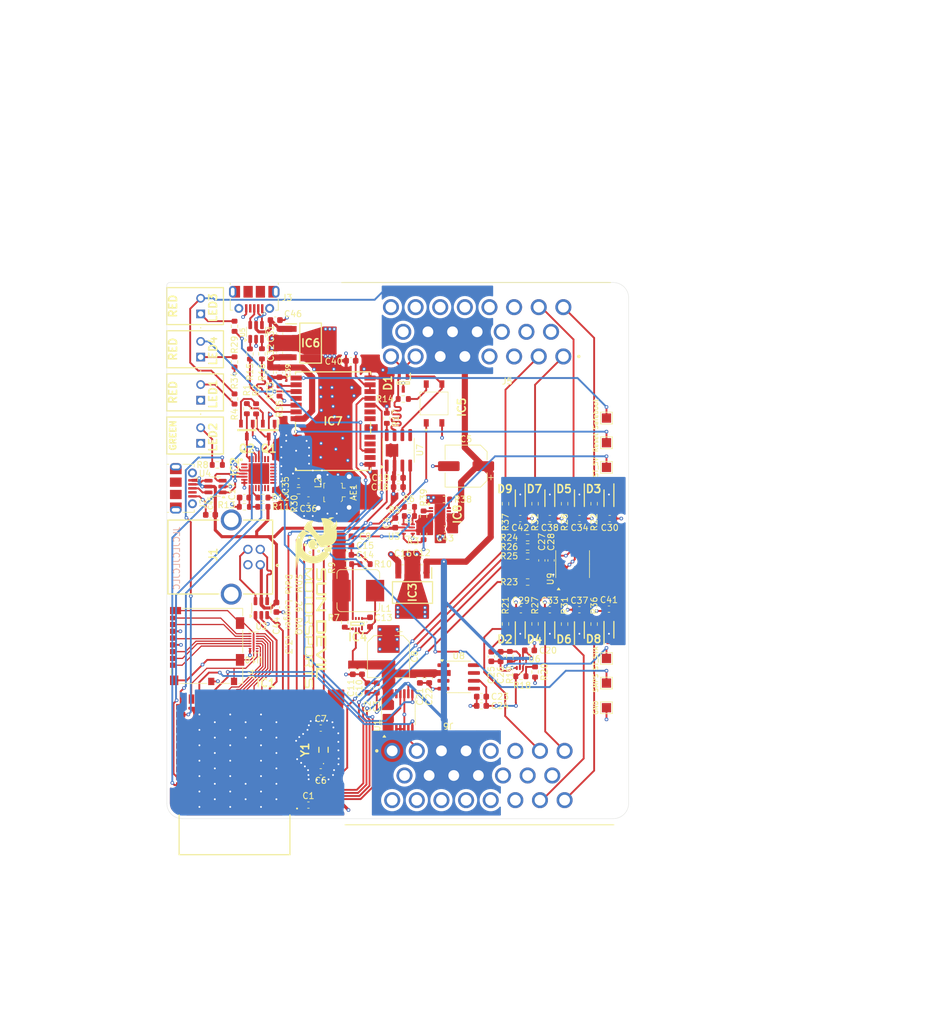
<source format=kicad_pcb>
(kicad_pcb (version 20241229) (generator "pcbnew") (generator_version "9.0")
  (layers (0 "F.Cu" signal) (4 "In1.Cu" signal) (6 "In2.Cu" signal) (2 "B.Cu" signal) (13 "F.Paste" user) (15 "B.Paste" user) (5 "F.SilkS" user "F.Silkscreen") (7 "B.SilkS" user "B.Silkscreen") (1 "F.Mask" user) (3 "B.Mask" user) (25 "Edge.Cuts" user))
  (net 0 "")
  (net 1 "GND")
  (net 2 "+3.3V")
  (net 3 "/RF_IN")
  (net 4 "VCC")
  (net 5 "/BTSB")
  (net 6 "/SMPS_SW")
  (net 7 "/5V_SMPS_OUT")
  (net 8 "Net-(U3-MODE)")
  (net 9 "VBUS")
  (net 10 "+5V")
  (net 11 "/BIAS_T")
  (net 12 "Net-(IC2-VBUS)")
  (net 13 "+5VA")
  (net 14 "/CAN-")
  (net 15 "/CAN+")
  (net 16 "/AIN0")
  (net 17 "/AIN1")
  (net 18 "/AIN2")
  (net 19 "/AIN3")
  (net 20 "/AIN4")
  (net 21 "/AIN5")
  (net 22 "/AIN6")
  (net 23 "/AIN7")
  (net 24 "/I2C1_SCL")
  (net 25 "/CAN_TERM")
  (net 26 "/USER_LED")
  (net 27 "/CAN_CTX")
  (net 28 "/CAN_RTX")
  (net 29 "/SD_CD")
  (net 30 "/I2C1_SDA")
  (net 31 "/UART1_D-")
  (net 32 "/UART1_D+")
  (net 33 "/ADC_CLK")
  (net 34 "/ADC_CS")
  (net 35 "/ADC_DOUT")
  (net 36 "Net-(U6-MODE)")
  (net 37 "Net-(IC7-RF_IN)")
  (net 38 "/ADC_DIN")
  (net 43 "/GPS_D-")
  (net 44 "Net-(IC2-RTS)")
  (net 45 "/Safeboot")
  (net 46 "/D_SEL")
  (net 47 "/GPS_D+")
  (net 52 "/VCC_RF")
  (net 60 "/PG")
  (net 61 "/SMPS_FB")
  (net 64 "/PROG_D-")
  (net 65 "Net-(IC2-DTR)")
  (net 68 "/PPS_LED")
  (net 69 "/RTK_STAT")
  (net 70 "/PROG_D+")
  (net 71 "Net-(IC5-Pad6)")
  (net 75 "Net-(LED4-K)")
  (net 78 "/XTAL_32K_P")
  (net 79 "/SD_DAT3")
  (net 80 "/RSTB")
  (net 82 "/USBB_D+")
  (net 83 "/USBB_D-")
  (net 85 "/USBM_D-")
  (net 88 "/USBM_D+")
  (net 95 "+BATT")
  (net 103 "/USBM2_D+")
  (net 104 "/USBM2_D-")
  (net 111 "Net-(J4-DAT2)")
  (net 112 "/UART2_TX")
  (net 113 "/PWR_LED")
  (net 114 "/USR_LED_RSTR")
  (net 115 "Net-(J4-CLK)")
  (net 116 "Net-(Q2-B)")
  (net 117 "Net-(J4-DAT0)")
  (net 118 "/PR1")
  (net 119 "/ST")
  (net 120 "Net-(J4-DAT1)")
  (net 121 "Net-(J4-CMD)")
  (net 122 "Net-(J4-DAT3{slash}CD)")
  (net 130 "/UART2_RX")
  (net 131 "/CHIP_PU")
  (net 132 "/U0TXD")
  (net 133 "/SD_CLK")
  (net 134 "/GPIO0")
  (net 135 "/SD_DAT2")
  (net 136 "/XTAL_32K_N")
  (net 137 "/SD_DAT1")
  (net 138 "/U0RXD")
  (net 139 "/SD_DAT0")
  (net 141 "Net-(IC1-3V3)")
  (net 144 "/SD_CMD")
  (net 152 "Net-(LED3-K)")
  (net 153 "Net-(Q1-B)")
  (net 154 "Net-(R15-Pad1)")
  (net 155 "Net-(R16-Pad2)")
  (net 156 "Net-(U7-Rs)")
  (net 157 "Net-(U6-PR1)")
  (net 158 "Net-(U6-ST)")
  (net 159 "Net-(U9-~{CS})")
  (net 160 "Net-(U9-DIN)")
  (net 161 "Net-(U9-SCLK)")
  (net 162 "Net-(U9-DOUT)")
  (net 170 "/AIN3_EXT")
  (net 171 "/AIN1_EXT")
  (net 172 "/AIN0_EXT")
  (net 173 "/AIN2_EXT")
  (net 174 "/AIN5_EXT")
  (net 175 "/AIN7_EXT")
  (net 176 "/AIN4_EXT")
  (net 177 "/AIN6_EXT")
  (net 182 "/GPS_VUSB")
  (net 183 "/GNSS_USB_PWR")
  (net 185 "Net-(IC7-RESET_N)")
  (net 186 "Net-(IC8-EN{slash}UVLO)")
  (net 188 "/EFUSE IN")
  (net 190 "Net-(IC8-ILIM)")
  (footprint "Capacitor_SMD:C_0603_1608Metric" (layer "F.Cu") (at 127.1 103.2 180)
    (property "Reference" "C18")
    (property "Value" "100nF")
  )
  (footprint "Capacitor_SMD:C_0603_1608Metric" (layer "F.Cu") (at 122.1 135.8 90)
    (property "Reference" "C2")
    (property "Value" "100nF")
  )
  (footprint "SDM_MiscFootprint:SOT-5X3" (layer "F.Cu") (at 145.6 131.82 90)
    (property "Reference" "U6")
    (property "Value" "TPS2116")
  )
  (footprint "Resistor_SMD:R_0603_1608Metric" (layer "F.Cu") (at 110.9 103.8 180)
    (property "Reference" "R30")
    (property "Value" "10")
  )
  (footprint "Resistor_SMD:R_0603_1608Metric" (layer "F.Cu") (at 100.5 88.9 -90)
    (property "Reference" "R4")
    (property "Value" "220")
  )
  (footprint "Inductor_SMD:L_Bourns_SRP7028A_7.3x6.6mm" (layer "F.Cu") (at 120.6 120)
    (property "Reference" "L1")
    (property "Value" "4.7uH")
  )
  (footprint "TestPoint:TestPoint_Pad_1.5x1.5mm" (layer "F.Cu") (at 160.9 131 -90)
    (property "Reference" "TP4")
    (property "Value" "ST_5VA")
  )
  (footprint "Resistor_SMD:R_0603_1608Metric" (layer "F.Cu") (at 147 133.9)
    (property "Reference" "R18")
    (property "Value" "10k")
  )
  (footprint "Capacitor_SMD:C_0603_1608Metric" (layer "F.Cu") (at 156.5 123.1 180)
    (property "Reference" "C37")
    (property "Value" "33nF")
  )
  (footprint "Resistor_SMD:R_0603_1608Metric" (layer "F.Cu") (at 148.1 111.4 180)
    (property "Reference" "R24")
    (property "Value" "100")
  )
  (footprint "Connector_USB:USB_Micro-B_Molex-105017-0001" (layer "F.Cu") (at 92.2 103.4 -90)
    (property "Reference" "J2")
    (property "Value" "ESP_USB")
  )
  (footprint "Capacitor_SMD:C_0603_1608Metric" (layer "F.Cu") (at 127.825 115.3 180)
    (property "Reference" "C16")
    (property "Value" "10uF")
  )
  (footprint "TestPoint:TestPoint_Pad_1.5x1.5mm" (layer "F.Cu") (at 160.9 92 -90)
    (property "Reference" "TP6")
    (property "Value" "Safeboot")
  )
  (footprint "Connector_Card:microSD_HC_Molex_104031-0811" (layer "F.Cu") (at 96.02 128.995 90)
    (property "Reference" "J4")
    (property "Value" "Molex_1040310811" (hide yes))
  )
  (footprint "Resistor_SMD:R_0603_1608Metric" (layer "F.Cu") (at 127.9 88.9 180)
    (property "Reference" "R14")
    (property "Value" "120")
  )
  (footprint "Package_TO_SOT_SMD:SOT-23-6" (layer "F.Cu") (at 104 78.0375 90)
    (property "Reference" "U5")
    (property "Value" "USBLC6-2SC6")
  )
  (footprint "Resistor_SMD:R_0603_1608Metric" (layer "F.Cu") (at 104 90.5 -90)
    (property "Reference" "R2")
    (property "Value" "10k")
  )
  (footprint "SDM_MiscFootprint:QFN50P500X500X80-29N-D" (layer "F.Cu") (at 104.45 101.01)
    (property "Reference" "IC2")
    (property "Value" "CP2102N-A02-GQFN28" (hide yes))
  )
  (footprint "SDM_MiscFootprint:67068-7041" (layer "F.Cu") (at 99.9675 114.55 -90)
    (property "Reference" "J1")
    (property "Value" "UART_USB" (hide yes))
  )
  (footprint "SDM_MiscFootprint:NEOF9P15B" (layer "F.Cu") (at 116.5 92.5 180)
    (property "Reference" "IC7")
    (property "Value" "NEO-F9P-15B" (hide yes))
  )
  (footprint "SDM_MiscFootprint:SOTFL50P160X60-8N" (layer "F.Cu") (at 120.45 125.362 90)
    (property "Reference" "IC4")
    (property "Value" "TPS563211DRLR" (hide yes))
  )
  (footprint "Resistor_SMD:R_0603_1608Metric" (layer "F.Cu") (at 154.1 105.9 -90)
    (property "Reference" "R28")
    (property "Value" "100")
  )
  (footprint "SDM_MiscFootprint:SSFLXH100LID01" (layer "F.Cu") (at 95 75.1 -90)
    (property "Reference" "LED3")
    (property "Value" "RED")
  )
  (footprint "Capacitor_SMD:CP_Elec_6.3x5.9" (layer "F.Cu") (at 138.1 99.8 180)
    (property "Reference" "C5")
    (property "Value" "100uF")
  )
  (footprint "Package_SO:TSSOP-16_4.4x5mm_P0.65mm" (layer "F.Cu") (at 127.1 139.6 90)
    (property "Reference" "U1")
    (property "Value" "INA260")
  )
  (footprint "Resistor_SMD:R_0603_1608Metric" (layer "F.Cu") (at 102.1 106.4 180)
    (property "Reference" "R13")
    (property "Value" "47.5K")
  )
  (footprint "Capacitor_SMD:C_0603_1608Metric" (layer "F.Cu") (at 119.7 132.8 90)
    (property "Reference" "C11")
    (property "Value" "100nF")
  )
  (footprint "Resistor_SMD:R_0603_1608Metric" (layer "F.Cu") (at 134.6 105.2)
    (property "Reference" "R38")
    (property "Value" "60.4k")
  )
  (footprint "SDM_MiscFootprint:ESP32S3WROOM1N8R8" (layer "F.Cu") (at 100.5 150.1 180)
    (property "Reference" "IC1")
    (property "Value" "ESP32-S3-WROOM-1-N8R8" (hide yes))
  )
  (footprint "Resistor_SMD:R_0603_1608Metric" (layer "F.Cu") (at 144.5 105.9 -90)
    (property "Reference" "R37")
    (property "Value" "100")
  )
  (footprint "Resistor_SMD:R_0603_1608Metric" (layer "F.Cu") (at 148.1 118.6)
    (property "Reference" "R23")
    (property "Value" "100")
  )
  (footprint "SDM_MiscFootprint:SOD3716X135N" (layer "F.Cu") (at 151.7 105 -90)
    (property "Reference" "D7")
    (property "Value" "MBR0540T1G" (hide yes))
  )
  (footprint "Package_SO:SOIC-8_3.9x4.9mm_P1.27mm" (layer "F.Cu") (at 136.9 134)
    (property "Reference" "U8")
    (property "Value" "ADR425BRZ")
  )
  (footprint "Capacitor_SMD:C_0603_1608Metric" (layer "F.Cu") (at 121.2 132.8 90)
    (property "Reference" "C10")
    (property "Value" "22uF")
  )
  (footprint "Capacitor_SMD:C_0603_1608Metric" (layer "F.Cu") (at 146.9 108.3)
    (property "Reference" "C42")
    (property "Value" "33nF")
  )
  (footprint "Resistor_SMD:R_0603_1608Metric" (layer "F.Cu") (at 103 81.6 -90)
    (property "Reference" "R15")
    (property "Value" "27")
  )
  (footprint "Resistor_SMD:R_0603_1608Metric" (layer "F.Cu") (at 102.5 90.475 -90)
    (property "Reference" "R1")
    (property "Value" "10k")
  )
  (footprint "Capacitor_SMD:C_0603_1608Metric" (layer "F.Cu") (at 143.7 130.7 -90)
    (property "Reference" "C26")
    (property "Value" "1uF")
  )
  (footprint "Capacitor_SMD:C_0603_1608Metric" (layer "F.Cu") (at 107.1 76.1 180)
    (property "Reference" "C46")
    (property "Value" "100nF")
  )
  (footprint "LOGO" (layer "F.Cu") (at 113.8 122 -90)
    (property "Reference" "G***" (hide yes))
    (property "Value" "LOGO" (hide yes))
  )
  (footprint "TestPoint:TestPoint_Pad_1.5x1.5mm" (layer "F.Cu") (at 160.9 135 -90)
    (property "Reference" "TP2" (hide yes))
    (property "Value" "SMPS")
  )
  (footprint "Capacitor_SMD:C_0603_1608Metric" (layer "F.Cu") (at 107.3 122.7 90)
    (property "Reference" "C44")
    (property "Value" "100nF")
  )
  (footprint "SDM_MiscFootprint:SOT230P700X180-4N" (layer "F.Cu") (at 129.4 120.3 -90)
    (property "Reference" "IC3")
    (property "Value" "MIC37100-3.3WS" (hide yes))
  )
  (footprint "Capacitor_SMD:C_0603_1608Metric" (layer "F.Cu") (at 148.4 129.7)
    (property "Reference" "C20")
    (property "Value" "1uF")
  )
  (footprint "Resistor_SMD:R_0603_1608Metric" (layer "F.Cu") (at 149.3 133.2 -90)
    (property "Reference" "R20")
    (property "Value" "10k")
  )
  (footprint "SDM_MiscFootprint:SON50P300X300X100-11L-D" (layer "F.Cu") (at 133.85 107.6)
    (property "Reference" "IC8")
    (property "Value" "TPS259250DRCR" (hide yes))
  )
  (footprint "SDM_MiscFootprint:SSFLXH100LID01" (layer "F.Cu") (at 95 82.1 -90)
    (property "Reference" "LED4")
    (property "Value" "RED")
  )
  (footprint "Capacitor_SMD:C_0603_1608Metric" (layer "F.Cu") (at 118.7 114.2)
    (property "Reference" "C14")
    (property "Value" "22uF")
  )
  (footprint "Resistor_SMD:R_0603_1608Metric" (layer "F.Cu") (at 118.7 115.7)
    (property "Reference" "R9")
    (property "Value" "82k")
  )
  (footprint "Capacitor_SMD:C_0603_1608Metric" (layer "F.Cu") (at 126.6 109 90)
    (property "Reference" "C4")
    (property "Value" "1uF")
  )
  (footprint "Resistor_SMD:R_0603_1608Metric" (layer "F.Cu") (at 149.3 125.4 90)
    (property "Reference" "R27")
    (property "Value" "100")
  )
  (footprint "Capacitor_SMD:C_0603_1608Metric" (layer "F.Cu") (at 114.5 142.3 180)
    (property "Reference" "C7")
    (property "Value" "15pF")
  )
  (footprint "Resistor_SMD:R_0603_1608Metric" (layer "F.Cu") (at 97.7 99.6 180)
    (property "Reference" "R8")
    (property "Value" "220")
  )
  (footprint "Capacitor_SMD:C_0603_1608Metric" (layer "F.Cu") (at 134.7 110 180)
    (property "Reference" "C43")
    (property "Value" "1uF")
  )
  (footprint "Capacitor_SMD:C_0603_1608Metric" (layer "F.Cu") (at 96.6 107.7)
    (property "Reference" "C45")
    (property "Value" "100nF")
  )
  (footprint "Package_TO_SOT_SMD:SOT-583-8" (layer "F.Cu") (at 128.7 110 180)
    (property "Reference" "U3")
    (property "Value" "TPS2116DRL")
  )
  (footprint "SDM_MiscFootprint:SOD3716X135N" (layer "F.Cu") (at 146.9 126.4 90)
    (property "Reference" "D2")
    (property "Value" "MBR0540T1G" (hide yes))
  )
  (footprint "Resistor_SMD:R_0603_1608Metric" (layer "F.Cu") (at 148.1 112.9)
    (property "Reference" "R26")
    (property "Value" "100")
  )
  (footprint "Capacitor_SMD:C_0603_1608Metric" (layer "F.Cu") (at 107.820818 78.30028 90)
    (property "Reference" "C31")
    (property "Value" "10uF")
  )
  (footprint "TestPoint:TestPoint_Pad_1.5x1.5mm" (layer "F.Cu") (at 160.9 100 -90)
    (property "Reference" "TP1")
    (property "Value" "ST_5V")
  )
  (footprint "Capacitor_SMD:C_0603_1608Metric" (layer "F.Cu") (at 132.1 134.2 -90)
    (property "Reference" "C22")
    (property "Value" "100nF")
  )
  (footprint "Capacitor_SMD:C_0603_1608Metric" (layer "F.Cu") (at 140.6 138.7 180)
    (property "Reference" "C24")
    (property "Value" "1uF")
  )
  (footprint "Capacitor_SMD:C_0603_1608Metric" (layer "F.Cu") (at 147 123.1 180)
    (property "Reference" "C29")
    (property "Value" "33nF")
  )
  (footprint "SDM_MiscFootprint:CONN23_776087_TEC" (layer "F.Cu") (at 153.9 82)
    (property "Reference" "J5")
    (property "Value" "1-776087-4")
  )
  (footprint "Resistor_SMD:R_0603_1608Metric" (layer "F.Cu") (at 154.1 125.425 90)
    (property "Reference" "R31")
    (property "Value" "100")
  )
  (footprint "Capacitor_SMD:C_0603_1608Metric" (layer "F.Cu") (at 119.4 82.7)
    (property "Reference" "C40")
    (property "Value" "1uF")
  )
  (footprint "Package_SO:TSSOP-16_4.4x5mm_P0.65mm" (layer "F.Cu") (at 155.4 115.7 90)
    (property "Reference" "U9")
    (property "Value" "ADC128S102")
  )
  (footprint "Capacitor_SMD:C_0603_1608Metric" (layer "F.Cu") (at 151.7 108.3)
    (property "Reference" "C38")
    (property "Value" "33nF")
  )
  (footprint "Resistor_SMD:R_0603_1608Metric" (layer "F.Cu") (at 128.9 107.9)
    (property "Reference" "R5")
    (property "Value" "10k")
  )
  (footprint "Capacitor_SMD:C_0603_1608Metric" (layer "F.Cu") (at 161.3 123 180)
    (property "Reference" "C41")
    (property "Value" "33nF")
  )
  (footprint "Resistor_SMD:R_0603_1608Metric" (layer "F.Cu") (at 105.1 104.9)
    (property "Reference" "R12")
    (property "Value" "1k")
  )
  (footprint "Resistor_SMD:R_0603_1608Metric" (layer "F.Cu") (at 149.3 105.9 -90)
    (property "Reference" "R32")
    (property "Value" "100")
  )
  (footprint "SDM_MiscFootprint:SOT230P700X180-4N" (layer "F.Cu") (at 112.850818 79.83028)
    (property "Reference" "IC6")
    (property "Value" "MIC37100-3.3WS" (hide yes))
  )
  (footprint "Resistor_SMD:R_0603_1608Metric" (layer "F.Cu") (at 106.3 84.6 90)
    (property "Reference" "R33")
    (property "Value" "100k")
  )
  (footprint "Package_TO_SOT_SMD:SOT-23-6" (layer "F.Cu") (at 104.85 122.8375 90)
    (property "Reference" "U2")
    (property "Value" "USBLC6-2SC6")
  )
  (footprint "Capacitor_SMD:C_0603_1608Metric" (layer "F.Cu") (at 151.9 115.1 -90)
    (property "Reference" "C28")
    (property "Value" "1uF")
  )
  (footprint "Capacitor_SMD:C_0603_1608Metric" (layer "F.Cu") (at 150.4 115.1 -90)
    (property "Reference" "C27")
    (property "Value" "100nF")
  )
  (footprint "Transistors:SOT96P237X111-3N" (layer "F.Cu") (at 106.05 93.95 -90)
    (property "Reference" "Q1")
    (property "Value" "MMBT2222LT1G" (hide yes))
  )
  (footprint "Resistor_SMD:R_0603_1608Metric" (layer "F.Cu") (at 100.5 82.9 90)
    (property "Reference" "R34")
    (property "Value" "220")
  )
  (footprint "Resistor_SMD:R_0603_1608Metric" (layer "F.Cu") (at 144.5 125.4 90)
    (property "Reference" "R21")
    (property "Value" "100")
  )
  (footprint "SDM_MiscFootprint:SSFLXH100LID01" (layer "F.Cu") (at 95 96.1 -90)
    (property "Reference" "LED2")
    (property "Value" "GREEN")
  )
  (footprint "Connector_Coaxial:U.FL_Molex_MCRF_73412-0110_Vertical" (layer "F.Cu") (at 116.5 104.075 -90)
    (property "Reference" "AE1")
    (property "Value" "UFL")
  )
  (footprint "uSDs:UQFN-17-3.5x1.2mm" (layer "F.Cu") (at 103.6 128.4 180)
    (property "Reference" "U10")
    (property "Value" "EMIF06-MSD02N16")
  )
  (footprint "Package_TO_SOT_SMD:SOT-23-6" (layer "F.Cu") (at 97.41 103.11 180)
    (property "Reference" "U4")
    (property "Value" "USBLC6-2SC6")
  )
  (footprint "SDM_MiscFootprint:SOD3716X135N" (layer "F.Cu") (at 151.7 126.4 90)
    (property "Reference" "D4")
    (property "Value" "MBR0540T1G" (hide yes))
  )
  (footprint "Resistor_SMD:R_0603_1608Metric" (layer "F.Cu") (at 100.5 77.1 -90)
    (property "Reference" "R29")
    (property "Value" "220")
  )
  (footprint "Resistor_SMD:R_0603_1608Metric" (layer "F.Cu") (at 104.95 81.575 90)
    (property "Reference" "R16")
    (property "Value" "27")
  )
  (footprint "Resistor_SMD:R_0603_1608Metric" (layer "F.Cu") (at 148.1 114.4)
    (property "Reference" "R25")
    (property "Value" "100")
  )
  (footprint "SDM_MiscFootprint:SOD3716X135N" (layer "F.Cu") (at 161.3 126.35 90)
    (property "Reference" "D8")
    (property "Value" "MBR0540T1G" (hide yes))
  )
  (footprint "Capacitor_SMD:C_0603_1608Metric" (layer "F.Cu") (at 151.7 123.1 180)
    (property "Reference" "C33")
    (property "Value" "33nF")
  )
  (footprint "Connector_USB:USB_Micro-B_Molex-105017-0001" (layer "F.Cu") (at 103.7 72.7375 180)
    (property "Reference" "J3")
    (property "Value" "GNSS_Debug")
  )
  (footprint "SDM_MiscFootprint:SOD3716X135N" (layer "F.Cu") (at 146.9 105 -90)
    (property "Reference" "D9")
    (property "Value" "MBR0540T1G" (hide yes))
  )
  (footprint "SDM_MiscFootprint:SOD3716X135N" (layer "F.Cu") (at 156.5 126.4 90)
    (property "Reference" "D6")
    (property "Value" "MBR0540T1G" (hide yes))
  )
  (footprint "SDM_MiscFootprint:SOD3716X135N" (layer "F.Cu") (at 161.3 105 -90)
    (property "Reference" "D3")
    (property "Value" "MBR0540T1G" (hide yes))
  )
  (footprint "Capacitor_SMD:C_0603_1608Metric" (layer "F.Cu") (at 107.8 84.6 -90)
    (property "Reference" "C39")
    (property "Value" "1uF")
  )
  (footprint "Resistor_SMD:R_0603_1608Metric" (layer "F.Cu") (at 121.7 115.7)
    (property "Reference" "R10")
    (property "Value" "11k")
  )
  (footprint "Capacitor_SMD:C_0603_1608Metric" (layer "F.Cu") (at 107.8 81.4 90)
    (property "Reference" "C32")
    (property "Value" "10uF")
  )
  (footprint "Package_SO:SOIC-8_3.9x4.9mm_P1.27mm" (layer "F.Cu") (at 127.1195 97.2325 90)
    (property "Reference" "U7")
    (property "Value" "SN65HVD230")
  )
  (footprint "Resistor_SMD:R_0603_1608Metric" (layer "F.Cu") (at 158.9 105.9 -90)
    (property "Reference" "R22")
    (property "Value" "100")
  )
  (footprint "Capacitor_SMD:C_0603_1608Metric" (layer "F.Cu") (at 112.5 154.8 180)
    (property "Reference" "C1")
    (property "Value" "100nF")
  )
  (footprint "Resistor_SMD:R_0603_1608Metric" (layer "F.Cu") (at 131.2 110.9 90)
    (property "Reference" "R3")
    (property "Value" "10k")
  )
  (footprint "Transistors:SOT96P237X111-3N" (layer "F.Cu") (at 102.5 93.95 -90)
    (property "Reference" "Q2")
    (property "Value" "MMBT2222LT1G" (hide yes))
  )
  (footprint "Resistor_SMD:R_0603_1608Metric" (layer "F.Cu") (at 125.2245 92.0225 -90)
    (property "Reference" "R17")
    (property "Value" "10k")
  )
  (footprint "Inductor_SMD:L_0402_1005Metric" (layer "F.Cu") (at 112.9 102.5 -90)
    (property "Reference" "L2")
    (property "Value" "27nH")
  )
  (footprint "Capacitor_SMD:C_0603_1608Metric" (layer "F.Cu") (at 110.9 102.3)
    (property "Reference" "C35")
    (property "Value" "1uF")
  )
  (footprint "Capacitor_SMD:C_0603_1608Metric" (layer "F.Cu") (at 102.1 104.9 180)
    (property "Reference" "C17")
    (property "Value" "1uF")
  )
  (footprint "SDM_MiscFootprint:SOT65P210X110-3N" (layer "F.Cu") (at 127.9 86.3 -90)
    (property "Reference" "D1")
    (property "Value" "ESDCAN03-2BWY" (hide yes))
  )
  (footprint "TestPoint:TestPoint_Pad_1.5x1.5mm" (layer "F.Cu") (at 160.9 139 -90)
    (property "Reference" "TP3" (hide yes))
    (property "Value" "GND")
  )
  (footprint "Capacitor_SMD:C_0603_1608Metric" (layer "F.Cu") (at 114.5 149.4 180)
    (property "Reference" "C6")
    (property "Value" "15pF")
  )
  (footprint "Resistor_SMD:R_0603_1608Metric" (layer "F.Cu") (at 158.9 125.425 90)
    (property "Reference" "R36")
    (property "Value" "100")
  )
  (footprint "Capacitor_SMD:C_0603_1608Metric" (layer "F.Cu") (at 130.6 134.2 -90)
    (property "Reference" "C21")
    (property "Value" "10uF")
  )
  (footprint "TestPoint:TestPoint_Pad_1.5x1.5mm" (layer "F.Cu") (at 160.9 96 -90)
    (property "Reference" "TP5")
    (property "Value" "Reset")
  )
  (footprint "Capacitor_SMD:C_0603_1608Metric" (layer "F.Cu") (at 123.6 135.8 90)
    (property "Reference" "C3")
    (property "Value" "100nF")
  )
  (footprint "Capacitor_SMD:C_0603_1608Metric" (layer "F.Cu") (at 122.5 125.1 -90)
    (property "Reference" "C13")
    (property "Value" "100nF")
  )
  (footprint "Resistor_SMD:R_0603_1608Metric" (layer "F.Cu") (at 118.4 125.1 90)
    (property "Reference" "R7")
    (property "Value" "10k")
  )
  (footprint "Resistor_SMD:R_0603_1608Metric" (layer "F.Cu") (at 105.1 106.4)
    (property "Reference" "R11")
    (property "Value" "22.1K")
  )
  (footprint "Resistor_SMD:R_0603_1608Metric" (layer "F.Cu") (at 131.2 107.9 -90)
    (property "Reference" "R39")
    (property "Value" "1M")
  )
  (footprint "SDM_MiscFootprint:ECX327CDX2096" (layer "F.Cu") (at 114.95 145.83 90)
    (property "Reference" "Y1")
    (property "Value" "ECX-.327-CDX-2096" (hide yes))
  )
  (footprint "Capacitor_SMD:CP_Elec_6.3x5.9" (layer "F.Cu") (at 125.5 130.7 -90)
    (property "Reference" "C8")
    (property "Value" "47uF")
  )
  (footprint "Capacitor_SMD:C_0603_1608Metric" (layer "F.Cu") (at 118.7 111.2)
    (property "Reference" "C9")
    (property "Value" "1uF")
  )
  (footprint "Capacitor_SMD:C_0603_1608Metric" (layer "F.Cu") (at 140.6 137.2 180)
    (property "Reference" "C23")
    (property "Value" "100nF")
  )
  (footprint "Capacitor_SMD:C_0603_1608Metric" (layer "F.Cu") (at 118.7 112.7)
    (property "Reference" "C15")
    (property "Value" "22uF")
  )
  (footprint "SDM_MiscFootprint:CONN23_776087_TEC" (layer "F.Cu") (at 126.1 146 180)
    (property "Reference" "J6")
    (property "Value" "1-776087-4")
  )
  (footprint "Resistor_SMD:R_0603_1608Metric" (layer "F.Cu") (at 107.8 87.6 -90)
    (property "Reference" "R35")
    (property "Value" "10k")
  )
  (footprint "Capacitor_SMD:C_0603_1608Metric" (layer "F.Cu") (at 127.1 101.7 180)
    (property "Reference" "C19")
    (property "Value" "100nF")
  )
  (footprint "Capacitor_SMD:C_0603_1608Metric" (layer "F.Cu") (at 156.525 108.3)
    (property "Reference" "C34")
    (property "Value" "33nF")
  )
  (footprint "Resistor_SMD:R_0603_1608Metric" (layer "F.Cu") (at 128.9 106.4 180)
    (property "Reference" "R6")
    (property "Value" "10k")
  )
  (footprint "SDM_MiscFootprint:SSFLXH100LID01" (layer "F.Cu") (at 95 89.1 -90)
    (property "Reference" "LED1")
    (property "Value" "RED")
  )
  (footprint "Capacitor_SMD:C_0603_1608Metric" (layer "F.Cu") (at 130.875 115.3)
    (property "Reference" "C12")
    (property "Value" "10uF")
  )
  (footprint "SDM_MiscFootprint:TLP266J" (layer "F.Cu") (at 132.9 90.25 90)
    (property "Reference" "IC5")
    (property "Value" "TLP175A_TPL,E" (hide yes))
  )
  (footprint "Capacitor_SMD:C_0603_1608Metric" (layer "F.Cu") (at 161.425 108.3)
    (property "Reference" "C30")
    (property "Value" "33nF")
  )
  (footprint "Capacitor_SMD:C_0603_1608Metric" (layer "F.Cu") (at 142.2 130.7 -90)
    (property "Reference" "C25")
    (property "Value" "100nF")
  )
  (footprint "Resistor_SMD:R_0603_1608Metric" (layer "F.Cu") (at 145.2 130.7 90)
    (property "Reference" "R19")
    (property "Value" "10k")
  )
  (footprint "Capacitor_SMD:C_0603_1608Metric" (layer "F.Cu") (at 112.5 105.3 180)
    (property "Reference" "C36")
    (property "Value" "100nF")
  )
  (footprint "SDM_MiscFootprint:SOD3716X135N" (layer "F.Cu") (at 156.5 105 -90)
    (property "Reference" "D5")
    (property "Value" "MBR0540T1G" (hide yes))
  )
  (gr_arc (start 89.5 70.5) (mid 89.646447 70.146447) (end 90 70) (stroke (width 0.05)) (layer "Edge.Cuts"))
  (gr_line (start 90 70) (end 162 70) (stroke (width 0.05)) (layer "Edge.Cuts"))
  (gr_line (start 89.5 154.5) (end 89.5 70.5) (stroke (width 0.05)) (layer "Edge.Cuts"))
  (gr_arc (start 162 70) (mid 163.767767 70.732233) (end 164.5 72.5) (stroke (width 0.05)) (layer "Edge.Cuts"))
  (gr_line (start 164.5 72.5) (end 164.5 154.5) (stroke (width 0.05)) (layer "Edge.Cuts"))
  (gr_arc (start 92 157) (mid 90.232233 156.267767) (end 89.5 154.5) (stroke (width 0.05)) (layer "Edge.Cuts"))
  (gr_arc (start 164.5 154.5) (mid 163.767767 156.267767) (end 162 157) (stroke (width 0.05)) (layer "Edge.Cuts"))
  (gr_line (start 162 157) (end 92 157) (stroke (width 0.05)) (layer "Edge.Cuts"))
  (gr_text "SDM-26 DAQ\nData Logger v3.3" (at 108.7 117.2 270) (layer "F.SilkS") (effects (font (size 1 1)) (justify left bottom)))
  (gr_text "JLCJLCJLCJLC" (at 91.7 109.5 -270) (layer "B.SilkS") (effects (font (size 1 1)) (justify left bottom mirror)))
  (segment (start 119.475 114.2) (end 120.6 114.2) (width 0.3) (layer "F.Cu") (net 1))
  (segment (start 145.1 133) (end 145.6 132.5) (width 0.3) (layer "F.Cu") (net 1))
  (segment (start 126.6 108.225) (end 126.6 107.875) (width 0.3) (layer "F.Cu") (net 1))
  (segment (start 139.825 137.2) (end 139.825 138.7) (width 0.3) (layer "F.Cu") (net 1))
  (segment (start 154.425 116.25) (end 154.425 118.5625) (width 0.3) (layer "F.Cu") (net 1))
  (segment (start 107.875 76.1) (end 108.6 76.1) (width 0.3) (layer "F.Cu") (net 1))
  (segment (start 100.1 106) (end 100.5 106.4) (width 0.3) (layer "F.Cu") (net 1))
  (segment (start 95.3 132) (end 96.065 131.235) (width 0.3) (layer "F.Cu") (net 1))
  (segment (start 158.5 108.3) (end 157.3 108.3) (width 0.3) (layer "F.Cu") (net 1))
  (segment (start 146.225 121.925) (end 146.2 121.9) (width 0.3) (layer "F.Cu") (net 1))
  (segment (start 132.7 99.8) (end 135.3 99.8) (width 0.3) (layer "F.Cu") (net 1))
  (segment (start 128.075 143.475) (end 130.1 145.5) (width 0.3) (layer "F.Cu") (net 1))
  (segment (start 90.695 134.56) (end 92.74 134.56) (width 0.3) (layer "F.Cu") (net 1))
  (segment (start 128.075 142.4625) (end 128.075 143.475) (width 0.3) (layer "F.Cu") (net 1))
  (segment (start 110.5 99.5) (end 110.5 100.3) (width 0.3) (layer "F.Cu") (net 1))
  (segment (start 122.1 135.025) (end 123.6 135.025) (width 0.3) (layer "F.Cu") (net 1))
  (segment (start 121.1 99.5) (end 122.3 99.5) (width 0.3) (layer "F.Cu") (net 1))
  (segment (start 90.57 126.6) (end 91.7 126.6) (width 0.3) (layer "F.Cu") (net 1))
  (segment (start 92.74 134.56) (end 95.3 132) (width 0.3) (layer "F.Cu") (net 1))
  (segment (start 142.2 131.475) (end 143.7 131.475) (width 0.3) (layer "F.Cu") (net 1))
  (segment (start 126.325 99.867) (end 126.4845 99.7075) (width 0.3) (layer "F.Cu") (net 1))
  (segment (start 105.612501 125.4) (end 104.85 124.637499) (width 0.3) (layer "F.Cu") (net 1))
  (segment (start 96.72 134.735) (end 97.765 134.735) (width 0.3) (layer "F.Cu") (net 1))
  (segment (start 146.225 123.1) (end 146.225 121.925) (width 0.3) (layer "F.Cu") (net 1))
  (segment (start 93.6625 104.7) (end 94.8 104.7) (width 0.3) (layer "F.Cu") (net 1))
  (segment (start 146.34 132.54) (end 145.64 132.54) (width 0.3) (layer "F.Cu") (net 1))
  (segment (start 134.425 135.905) (end 132.705 135.905) (width 0.3) (layer "F.Cu") (net 1))
  (segment (start 107.820818 79.07528) (end 108.945818 79.07528) (width 0.5) (layer "F.Cu") (net 1))
  (segment (start 107.810818 80.59528) (end 107.810818 79.08528) (width 0.5) (layer "F.Cu") (net 1))
  (segment (start 104.85 124.637499) (end 104.85 123.975) (width 0.3) (layer "F.Cu") (net 1))
  (segment (start 154.8875 115.7875) (end 154.425 116.25) (width 0.3) (layer "F.Cu") (net 1))
  (segment (start 109.700818 79.83028) (end 108.906098 80.625) (width 0.5) (layer "F.Cu") (net 1))
  (segment (start 143.9 133) (end 145.1 133) (width 0.3) (layer "F.Cu") (net 1))
  (segment (start 134.1 100) (end 134.2 99.9) (width 0.3) (layer "F.Cu") (net 1))
  (segment (start 129.4 111.5) (end 129.44 111.46) (width 0.3) (layer "F.Cu") (net 1))
  (segment (start 97.765 134.735) (end 97.8 134.7) (width 0.3) (layer "F.Cu") (net 1))
  (segment (start 107.3 123.475) (end 108.375 123.475) (width 0.3) (layer "F.Cu") (net 1))
  (segment (start 103.6 126.852226) (end 102.012774 125.265) (width 0.2) (layer "F.Cu") (net 1))
  (segment (start 132.1 135.4) (end 132.7 136) (width 0.3) (layer "F.Cu") (net 1))
  (segment (start 121.2 125.4) (end 121.2 126.2) (width 0.3) (layer "F.Cu") (net 1))
  (segment (start 108.906098 80.625) (end 107.8 80.625) (width 0.5) (layer "F.Cu") (net 1))
  (segment (start 154.05 115.875) (end 154.425 116.25) (width 0.3) (layer "F.Cu") (net 1))
  (segment (start 122.5 100.7) (end 122.5 99.5) (width 0.3) (layer "F.Cu") (net 1))
  (segment (start 155.3875 115.2875) (end 154.8875 115.7875) (width 0.3) (layer "F.Cu") (net 1))
  (segment (start 148.8 108.3) (end 147.675 108.3) (width 0.3) (layer "F.Cu") (net 1))
  (segment (start 108.6 76.1) (end 109 75.7) (width 0.3) (layer "F.Cu") (net 1))
  (segment (start 127.425 142.4625) (end 128.075 142.4625) (width 0.3) (layer "F.Cu") (net 1))
  (segment (start 121.025 114.2) (end 122.525 115.7) (width 0.3) (layer "F.Cu") (net 1))
  (segment (start 127.9 87.35) (end 127.9 86.3) (width 0.3) (layer "F.Cu") (net 1))
  (segment (start 100.5 106.4) (end 101.275 106.4) (width 0.3) (layer "F.Cu") (net 1))
  (segment (start 119.475 112.7) (end 119.475 114.2) (width 0.3) (layer "F.Cu") (net 1))
  (segment (start 145.64 132.54) (end 145.6 132.5) (width 0.3) (layer "F.Cu") (net 1))
  (segment (start 103.6 128.4) (end 103.6 130.749943) (width 0.2) (layer "F.Cu") (net 1))
  (segment (start 96.065 131.235) (end 101.395 131.235) (width 0.3) (layer "F.Cu") (net 1))
  (segment (start 120.6 114.2) (end 121.025 114.2) (width 0.3) (layer "F.Cu") (net 1))
  (segment (start 99.37 123.24) (end 90.92 123.24) (width 0.2) (layer "F.Cu") (net 1))
  (segment (start 105.9 125.4) (end 105.612501 125.4) (width 0.3) (layer "F.Cu") (net 1))
  (segment (start 129.44 111.46) (end 129.44 110.75) (width 0.3) (layer "F.Cu") (net 1))
  (segment (start 154.6 123.1) (end 155.725 123.1) (width 0.3) (layer "F.Cu") (net 1))
  (segment (start 155.751 112.8635) (end 155.751 114.924) (width 0.3) (layer "F.Cu") (net 1))
  (segment (start 126.494239 108.225) (end 125.593237 109.126002) (width 0.3) (layer "F.Cu") (net 1))
  (segment (start 118.6 133.6) (end 119.675 133.6) (width 0.3) (layer "F.Cu") (net 1))
  (segment (start 103.114943 131.235) (end 101.395 131.235) (width 0.2) (layer "F.Cu") (net 1))
  (segment (start 116.525 105.55) (end 118 104.075) (width 0.3) (layer "F.Cu") (net 1))
  (segment (start 150.9 121.9) (end 150.9 123.075) (width 0.3) (layer "F.Cu") (net 1))
  (segment (start 102.1 100.51) (end 103.95 100.51) (width 0.3) (layer "F.Cu") (net 1))
  (segment (start 101.89 75.5975) (end 102.4 75.0875) (width 0.3) (layer "F.Cu") (net 1))
  (segment (start 155.751 114.924) (end 155.3875 115.2875) (width 0.3) (layer "F.Cu") (net 1))
  (segment (start 103.6 130.749943) (end 103.114943 131.235) (width 0.2) (layer "F.Cu") (net 1))
  (segment (start 149.3 135) (end 149.3 134.025) (width 0.3) (layer "F.Cu") (net 1))
  (segment (start 95.825 105.725) (end 95.825 107.7) (width 0.3) (layer "F.Cu") (net 1))
  (segment (start 101.45 100.51) (end 102.1 100.51) (width 0.3) (layer "F.Cu") (net 1))
  (segment (start 108.945818 79.07528) (end 109.700818 79.83028) (width 0.5) (layer "F.Cu") (net 1))
  (segment (start 126.6 107.875) (end 128.075 106.4) (width 0.3) (layer "F.Cu") (net 1))
  (segment (start 95.35 105.25) (end 95.825 105.725) (width 0.3) (layer "F.Cu") (net 1))
  (segment (start 108.375 123.475) (end 108.4 123.5) (width 0.3) (layer "F.Cu") (net 1))
  (segment (start 101.395 125.265) (end 99.37 123.24) (width 0.2) (layer "F.Cu") (net 1))
  (segment (start 151.9 115.875) (end 154.05 115.875) (width 0.3) (layer "F.Cu") (net 1))
  (segment (start 100.61 99.67) (end 101.45 100.51) (width 0.3) (layer "F.Cu") (net 1))
  (segment (start 149.2 128.5) (end 149.2 129.675) (width 0.3) (layer "F.Cu") (net 1))
  (segment (start 125.2245 90.1075) (end 125.2245 91.1975) (width 0.3) (layer "F.Cu") (net 1))
  (segment (start 101.275 106.4) (end 101.275 104.95) (width 0.3) (layer "F.Cu") (net 1))
  (segment (start 134.2 95.2) (end 134.2 92.805) (width 0.3) (layer "F.Cu") (net 1))
  (segment (start 150.4 115.875) (end 151.9 115.875) (width 0.3) (layer "F.Cu") (net 1))
  (segment (start 128.075 136.7375) (end 128.075 140.1) (width 0.3) (layer "F.Cu") (net 1))
  (segment (start 110.5 100.5) (end 110 101) (width 0.3) (layer "F.Cu") (net 1))
  (segment (start 103.6 128.4) (end 103.6 126.852226) (width 0.2) (layer "F.Cu") (net 1))
  (segment (start 118.6 81.5) (end 118.6 82.675) (width 0.3) (layer "F.Cu") (net 1))
  (segment (start 126.775 142.4625) (end 127.425 142.4625) (width 0.3) (layer "F.Cu") (net 1))
  (segment (start 159.3 123.3) (end 160.225 123.3) (width 0.3) (layer "F.Cu") (net 1))
  (segment (start 119.7 133.575) (end 121.2 133.575) (width 0.3) (layer "F.Cu") (net 1))
  (segment (start 163.3 108.3) (end 162.2 108.3) (width 0.3) (layer "F.Cu") (net 1))
  (segment (start 133.825 107.625) (end 133.85 107.6) (width 0.3) (layer "F.Cu") (net 1))
  (segment (start 102.012774 125.265) (end 101.395 125.265) (width 0.2) (layer "F.Cu") (net 1))
  (segment (start 121.2 133.575) (end 121.2 134.125) (width 0.3) (layer "F.Cu") (net 1))
  (segment (start 138.8 138.7) (end 139.825 138.7) (width 0.3) (layer "F.Cu") (net 1))
  (segment (start 126.6 108.225) (end 126.494239 108.225) (width 0.3) (layer "F.Cu") (net 1))
  (segment (start 102.4 75.0875) (end 102.4 74.2) (width 0.3) (layer "F.Cu") (net 1))
  (segment (start 143.7 132.8) (end 143.9 133) (width 0.3) (layer "F.Cu") (net 1))
  (segment (start 104 80.29636) (end 104 79.175) (width 0.3) (layer "F.Cu") (net 1))
  (segment (start 160.225 123.3) (end 160.525 123) (width 0.3) (layer "F.Cu") (net 1))
  (segment (start 160.9 140.9) (end 160.9 139) (width 0.3) (layer "F.Cu") (net 1))
  (segment (start 121.2 134.125) (end 122.1 135.025) (width 0.3) (layer "F.Cu") (net 1))
  (segment (start 153.6 108.3) (end 152.475 108.3) (width 0.3) (layer "F.Cu") (net 1))
  (segment (start 143.7 131.475) (end 143.7 132.8) (width 0.3) (layer "F.Cu") (net 1))
  (segment (start 128.075 140.1) (end 128.075 142.4625) (width 0.3) (layer "F.Cu") (net 1))
  (segment (start 130.6 134.975) (end 132.1 134.975) (width 0.3) (layer "F.Cu") (net 1))
  (segment (start 99.8 103.1) (end 98.5575 103.1) (width 0.3) (layer "F.Cu") (net 1))
  (segment (start 116.525 102.6) (end 118 104.075) (width 0.3) (layer "F.Cu") (net 1))
  (segment (start 100.5 83.725) (end 100.5 84.8) (width 0.3) (layer "F.Cu") (net 1))
  (segment (start 110.5 100.3) (end 110.5 100.5) (width 0.3) (layer "F.Cu") (net 1))
  (segment (start 132.1 134.975) (end 132.1 135.4) (width 0.3) (layer "F.Cu") (net 1))
  (segment (start 94.8 104.7) (end 95.35 105.25) (width 0.3) (layer "F.Cu") (net 1))
  (via (at 122.67 93.55) (size 0.6) (drill 0.3) (layers "F.Cu" "B.Cu") (net 1))
  (via (at 154.8875 115.7875) (size 0.6) (drill 0.3) (layers "F.Cu" "B.Cu") (net 1))
  (via (at 116.37 88.48) (size 0.6) (drill 0.3) (layers "F.Cu" "B.Cu") (net 1))
  (via (at 126.9 126.3) (size 0.6) (drill 0.3) (layers "F.Cu" "B.Cu") (net 1))
  (via (at 108.1 98.4) (size 0.6) (drill 0.3) (layers "F.Cu" "B.Cu") (net 1))
  (via (at 113.2 107.9) (size 0.6) (drill 0.3) (layers "F.Cu" "B.Cu") (net 1))
  (via (at 116.66 149.12) (size 0.6) (drill 0.3) (layers "F.Cu" "B.Cu") (net 1))
  (via (at 100.5 84.8) (size 0.6) (drill 0.3) (layers "F.Cu" "B.Cu") (net 1))
  (via (at 104.00364 80.3) (size 0.6) (drill 0.3) (layers "F.Cu" "B.Cu") (net 1))
  (via (at 121.1 99.5) (size 0.6) (drill 0.3) (layers "F.Cu" "B.Cu") (net 1))
  (via (at 97.8 134.7) (size 0.6) (drill 0.3) (layers "F.Cu" "B.Cu") (net 1))
  (via (at 94.8 142.6) (size 0.6) (drill 0.3) (layers "F.Cu" "B.Cu") (net 1))
  (via (at 131.419706 122.772696) (size 0.6) (drill 0.3) (layers "F.Cu" "B.Cu") (net 1))
  (via (at 111.01 143.76) (size 0.6) (drill 0.3) (layers "F.Cu" "B.Cu") (net 1))
  (via (at 118.6 133.6) (size 0.6) (drill 0.3) (layers "F.Cu" "B.Cu") (net 1))
  (via (at 126.3 104.3) (size 0.6) (drill 0.3) (layers "F.Cu" "B.Cu") (net 1))
  (via (at 118.06 95.26) (size 0.6) (drill 0.3) (layers "F.Cu" "B.Cu") (net 1))
  (via (at 131.419706 124.172696) (size 0.6) (drill 0.3) (layers "F.Cu" "B.Cu") (net 1))
  (via (at 114.2 101.5) (size 1.5) (drill 0.75) (layers "F.Cu" "B.Cu") (net 1))
  (via (at 138.8 138.7) (size 0.6) (drill 0.3) (layers "F.Cu" "B.Cu") (net 1))
  (via (at 99.8 152.6) (size 0.6) (drill 0.3) (layers "F.Cu" "B.Cu") (net 1))
  (via (at 133.5 111.2) (size 0.6) (drill 0.3) (layers "F.Cu" "B.Cu") (net 1))
  (via (at 114.5 87.03) (size 0.6) (drill 0.3) (layers "F.Cu" "B.Cu") (net 1))
  (via (at 112.44 149.13) (size 0.6) (drill 0.3) (layers "F.Cu" "B.Cu") (net 1))
  (via (at 114.1 106.6) (size 1.5) (drill 0.75) (layers "F.Cu" "B.Cu") (net 1))
  (via (at 114.7 100.5) (size 0.6) (drill 0.3) (layers "F.Cu" "B.Cu") (net 1))
  (via (at 116.680818 77.55028) (size 0.6) (drill 0.3) (layers "F.Cu" "B.Cu") (net 1))
  (via (at 104.8 150.1) (size 0.6) (drill 0.3) (layers "F.Cu" "B.Cu") (net 1))
  (via (at 119.1 106.5) (size 1.5) (drill 0.75) (layers "F.Cu" "B.Cu") (net 1))
  (via (at 110.5 144.37) (size 0.6) (drill 0.3) (layers "F.Cu" "B.Cu") (net 1))
  (via (at 94.8 152.6) (size 0.6) (drill 0.3) (layers "F.Cu" "B.Cu") (net 1))
  (via (at 117.4 147.26) (size 0.6) (drill 0.3) (layers "F.Cu" "B.Cu") (net 1))
  (via (at 109.2 104.8) (size 0.6) (drill 0.3) (layers "F.Cu" "B.Cu") (net 1))
  (via (at 130.1 114.1) (size 0.6) (drill 0.3) (layers "F.Cu" "B.Cu") (net 1))
  (via (at 99.8 145.1) (size 0.6) (drill 0.3) (layers "F.Cu" "B.Cu") (net 1))
  (via (at 112.87 141.18) (size 0.6) (drill 0.3) (layers "F.Cu" "B.Cu") (net 1))
  (via (at 120.6 114.2) (size 0.6) (drill 0.3) (layers "F.Cu" "B.Cu") (net 1))
  (via (at 114.5 102.7) (size 0.6) (drill 0.3) (layers "F.Cu" "B.Cu") (net 1))
  (via (at 114.67 141.1) (size 0.6) (drill 0.3) (layers "F.Cu" "B.Cu") (net 1))
  (via (at 110.5 97.3) (size 0.6) (drill 0.3) (layers "F.Cu" "B.Cu") (net 1))
  (via (at 111.8 107.9) (size 0.6) (drill 0.3) (layers "F.Cu" "B.Cu") (net 1))
  (via (at 119.54 87.06) (size 0.6) (drill 0.3) (layers "F.Cu" "B.Cu") (net 1))
  (via (at 125.593237 109.126002) (size 0.6) (drill 0.3) (layers "F.Cu" "B.Cu") (net 1))
  (via (at 132.4 105.4) (size 0.6) (drill 0.3) (layers "F.Cu" "B.Cu") (net 1))
  (via (at 117.36 144.54) (size 0.6) (drill 0.3) (layers "F.Cu" "B.Cu") (net 1))
  (via (at 119 91.77) (size 0.6) (drill 0.3) (layers "F.Cu" "B.Cu") (net 1))
  (via (at 97.3 153.85) (size 0.6) (drill 0.3) (layers "F.Cu" "B.Cu") (net 1))
  (via (at 155.3875 115.2875) (size 0.6) (drill 0.3) (layers "F.Cu" "B.Cu") (net 1))
  (via (at 108.1 101.1) (size 0.6) (drill 0.3) (layers "F.Cu" "B.Cu") (net 1))
  (via (at 99.8 155.1) (size 0.6) (drill 0.3) (layers "F.Cu" "B.Cu") (net 1))
  (via (at 119.9 104.7) (size 0.6) (drill 0.3) (layers "F.Cu" "B.Cu") (net 1))
  (via (at 159.3 123.3) (size 0.6) (drill 0.3) (layers "F.Cu" "B.Cu") (net 1))
  (via (at 132.7 99.8) (size 0.6) (drill 0.3) (layers "F.Cu" "B.Cu") (net 1))
  (via (at 114.59 90.73) (size 0.6) (drill 0.3) (layers "F.Cu" "B.Cu") (net 1))
  (via (at 117.1 107.5) (size 0.6) (drill 0.3) (layers "F.Cu" "B.Cu") (net 1))
  (via (at 113.2 100.5) (size 0.6) (drill 0.3) (layers "F.Cu" "B.Cu") (net 1))
  (via (at 112.6 96.8) (size 0.6) (drill 0.3) (layers "F.Cu" "B.Cu") (net 1))
  (via (at 146.2 121.9) (size 0.6) (drill 0.3) (layers "F.Cu" "B.Cu") (net 1))
  (via (at 99.8 103.1) (size 0.6) (drill 0.3) (layers "F.Cu" "B.Cu") (net 1))
  (via (at 106.580818 80.65028) (size 0.6) (drill 0.3) (layers "F.Cu" "B.Cu") (net 1))
  (via (at 163.3 108.3) (size 0.6) (drill 0.3) (layers "F.Cu" "B.Cu") (net 1))
  (via (at 126.9 129.5) (size 0.6) (drill 0.3) (layers "F.Cu" "B.Cu") (net 1))
  (via (at 94.8 150.1) (size 0.6) (drill 0.3) (layers "F.Cu" "B.Cu") (net 1))
  (via (at 160.9 140.9) (size 0.6) (drill 0.3) (layers "F.Cu" "B.Cu") (net 1))
  (via (at 95.3 132) (size 0.6) (drill 0.3) (layers "F.Cu" "B.Cu") (net 1))
  (via (at 127.019706 124.172696) (size 0.6) (drill 0.3) (layers "F.Cu" "B.Cu") (net 1))
  (via (at 108.6 103.6) (size 0.6) (drill 0.3) (layers "F.Cu" "B.Cu") (net 1))
  (via (at 150.9 121.9) (size 0.6) (drill 0.3) (layers "F.Cu" "B.Cu") (net 1))
  (via (at 122.5 100.7) (size 0.6) (drill 0.3) (layers "F.Cu" "B.Cu") (net 1))
  (via (at 124.1 126.3) (size 0.6) (drill 0.3) (layers "F.Cu" "B.Cu") (net 1))
  (via (at 158.5 108.3) (size 0.6) (drill 0.3) (layers "F.Cu" "B.Cu") (net 1))
  (via (at 102.3 153.85) (size 0.6) (drill 0.3) (layers "F.Cu" "B.Cu") (net 1))
  (via (at 126.9 127.9) (size 0.6) (drill 0.3) (layers "F.Cu" "B.Cu") (net 1))
  (via (at 115.980818 77.55028) (size 0.6) (drill 0.3) (layers "F.Cu" "B.Cu") (net 1))
  (via (at 99.8 147.6) (size 0.6) (drill 0.3) (layers "F.Cu" "B.Cu") (net 1))
  (via (at 115.980818 81.95028) (size 0.6) (drill 0.3) (layers "F.Cu" "B.Cu") (net 1))
  (via (at 110 101) (size 0.6) (drill 0.3) (layers "F.Cu" "B.Cu") (net 1))
  (via (at 107.3 153.85) (size 0.6) (drill 0.3) (layers "F.Cu" "B.Cu") (net 1))
  (via (at 116.5 90.1) (size 0.6) (drill 0.3) (layers "F.Cu" "B.Cu") (net 1))
  (via (at 118.6 81.5) (size 0.6) (drill 0.3) (layers "F.Cu" "B.Cu") (net 1))
  (via (at 112.35 142.59) (size 0.6) (drill 0.3) (layers "F.Cu" "B.Cu") (net 1))
  (via (at 95.35 105.25) (size 0.6) (drill 0.3) (layers "F.Cu" "B.Cu") (net 1))
  (via (at 102.3 141.35) (size 0.6) (drill 0.3) (layers "F.Cu" "B.Cu") (net 1))
  (via (at 115.77 150.63) (size 0.6) (drill 0.3) (layers "F.Cu" "B.Cu") (net 1))
  (via (at 100.1 106) (size 0.6) (drill 0.3) (layers "F.Cu" "B.Cu") (net 1))
  (via (at 105.9 125.4) (size 0.6) (drill 0.3) (layers "F.Cu" "B.Cu") (net 1))
  (via (at 132.8 104.9) (size 0.6) (drill 0.3) (layers "F.Cu" "B.Cu") (net 1))
  (via (at 106.3 91.41) (size 0.6) (drill 0.3) (layers "F.Cu" "B.Cu") (net 1))
  (via (at 97.3 148.85) (size 0.6) (drill 0.3) (layers "F.Cu" "B.Cu") (net 1))
  (via (at 117.38 148.17) (size 0.6) (drill 0.3) (layers "F.Cu" "B.Cu") (net 1))
  (via (at 99.8 150.1) (size 0.6) (drill 0.3) (layers "F.Cu" "B.Cu") (net 1))
  (via (at 154.6 123.1) (size 0.6) (drill 0.3) (layers "F.Cu" "B.Cu") (net 1))
  (via (at 134.2 95.2) (size 0.6) (drill 0.3) (layers "F.Cu" "B.Cu") (net 1))
  (via (at 110.5 107) (size 0.6) (drill 0.3) (layers "F.Cu" "B.Cu") (net 1))
  (via (at 149.3 135) (size 0.6) (drill 0.3) (layers "F.Cu" "B.Cu") (net 1))
  (via (at 128.075 140.1) (size 0.6) (drill 0.3) (layers "F.Cu" "B.Cu") (net 1))
  (via (at 112.54 150.61) (size 0.6) (drill 0.3) (layers "F.Cu" "B.Cu") (net 1))
  (via (at 115.52 141.1) (size 0.6) (drill 0.3) (layers "F.Cu" "B.Cu") (net 1))
  (via (at 97.3 143.85) (size 0.6) (drill 0.3) (layers "F.Cu" "B.Cu") (net 1))
  (via (at 108.4 123.5) (size 0.6) (drill 0.3) (layers "F.Cu" "B.Cu") (net 1))
  (via (at 104.8 155.1) (size 0.6) (drill 0.3) (layers "F.Cu" "B.Cu") (net 1))
  (via (at 124.1 129.5) (size 0.6) (drill 0.3) (layers "F.Cu" "B.Cu") (net 1))
  (via (at 115.6 101.2) (size 0.6) (drill 0.3) (layers "F.Cu" "B.Cu") (net 1))
  (via (at 97.3 141.35) (size 0.6) (drill 0.3) (layers "F.Cu" "B.Cu") (net 1))
  (via (at 127.9 86.3) (size 0.6) (drill 0.3) (layers "F.Cu" "B.Cu") (net 1))
  (via (at 121.53 84.04) (size 0.6) (drill 0.3) (layers "F.Cu" "B.Cu") (net 1))
  (via (at 104.8 145.1) (size 0.6) (drill 0.3) (layers "F.Cu" "B.Cu") (net 1))
  (via (at 113.87 150.7) (size 0.6) (drill 0.3) (layers "F.Cu" "B.Cu") (net 1))
  (via (at 104.8 140.1) (size 0.6) (drill 0.3) (layers "F.Cu" "B.Cu") (net 1))
  (via (at 116.4 141.35) (size 0.6) (drill 0.3) (layers "F.Cu" "B.Cu") (net 1))
  (via (at 99.8 140.1) (size 0.6) (drill 0.3) (layers "F.Cu" "B.Cu") (net 1))
  (via (at 121.2 125.4) (size 0.6) (drill 0.3) (layers "F.Cu" "B.Cu") (net 1))
  (via (at 107.3 146.35) (size 0.6) (drill 0.3) (layers "F.Cu" "B.Cu") (net 1))
  (via (at 104.8 147.6) (size 0.6) (drill 0.3) (layers "F.Cu" "B.Cu") (net 1))
  (via (at 110.5 100.3) (size 0.6) (drill 0.3) (layers "F.Cu" "B.Cu") (net 1))
  (via (at 116.95 97.05) (size 0.6) (drill 0.3) (layers "F.Cu" "B.Cu") (net 1))
  (via (at 117.37 145.92) (size 0.6) (drill 0.3) (layers "F.Cu" "B.Cu") (net 1))
  (via (at 149.2 128.5) (size 0.6) (drill 0.3) (layers "F.Cu" "B.Cu") (net 1))
  (via (at 111.64 143.26) (size 0.6) (drill 0.3) (layers "F.Cu" "B.Cu") (net 1))
  (via (at 133.9 111.7) (size 0.6) (drill 0.3) (layers "F.Cu" "B.Cu") (net 1))
  (via (at 106.3 86.6) (size 0.6) (drill 0.3) (layers "F.Cu" "B.Cu") (net 1))
  (via (at 132.7 136) (size 0.6) (drill 0.3) (layers "F.Cu" "B.Cu") (net 1))
  (via (at 145.6 132.5) (size 0.6) (drill 0.3) (layers "F.Cu" "B.Cu") (net 1))
  (via (at 109.9 105.9) (size 0.6) (drill 0.3) (layers "F.Cu" "B.Cu") (net 1))
  (via (at 113.41538 84.08462) (size 0.6) (drill 0.3) (layers "F.Cu" "B.Cu") (net 1))
  (via (at 124.6 84.2) (size 0.6) (drill 0.3) (layers "F.Cu" "B.Cu") (net 1))
  (via (at 115.280818 77.55028) (size 0.6) (drill 0.3) (layers "F.Cu" "B.Cu") (net 1))
  (via (at 112.5 149.93) (size 0.6) (drill 0.3) (layers "F.Cu" "B.Cu") (net 1))
  (via (at 94.8 155.1) (size 0.6) (drill 0.3) (layers "F.Cu" "B.Cu") (net 1))
  (via (at 119.1 101.5) (size 1.5) (drill 0.75) (layers "F.Cu" "B.Cu") (net 1))
  (via (at 107.3 148.85) (size 0.6) (drill 0.3) (layers "F.Cu" "B.Cu") (net 1))
  (via (at 110.67 147.35) (size 0.6) (drill 0.3) (layers "F.Cu" "B.Cu") (net 1))
  (via (at 102.3 143.85) (size 0.6) (drill 0.3) (layers "F.Cu" "B.Cu") (net 1))
  (via (at 116.56 142.2) (size 0.6) (drill 0.3) (layers "F.Cu" "B.Cu") (net 1))
  (via (at 134.3 111.2) (size 0.6) (drill 0.3) (layers "F.Cu" "B.Cu") (net 1))
  (via (at 115.6 107.5) (size 0.6) (drill 0.3) (layers "F.Cu" "B.Cu") (net 1))
  (via (at 116.62 84.05) (size 0.6) (drill 0.3) (layers "F.Cu" "B.Cu") (net 1))
  (via (at 153.6 108.3) (size 0.6) (drill 0.3) (layers "F.Cu" "B.Cu") (net 1))
  (via (at 107.3 141.35) (size 0.6) (drill 0.3) (layers "F.Cu" "B.Cu") (net 1))
  (via (at 116.73 91.78) (size 0.6) (drill 0.3) (layers "F.Cu" "B.Cu") (net 1))
  (via (at 109 75.7) (size 0.6) (drill 0.3) (layers "F.Cu" "B.Cu") (net 1))
  (via (at 119.9 88.38) (size 0.6) (drill 0.3) (layers "F.Cu" "B.Cu") (net 1))
  (via (at 132 104.9) (size 0.6) (drill 0.3) (layers "F.Cu" "B.Cu") (net 1))
  (via (at 117.35 143.15) (size 0.6) (drill 0.3) (layers "F.Cu" "B.Cu") (net 1))
  (via (at 131.419706 123.472696) (size 0.6) (drill 0.3) (layers "F.Cu" "B.Cu") (net 1))
  (via (at 111.92 148.52) (size 0.6) (drill 0.3) (layers "F.Cu" "B.Cu") (net 1))
  (via (at 94.8 147.6) (size 0.6) (drill 0.3) (layers "F.Cu" "B.Cu") (net 1))
  (via (at 116.33 87.04) (size 0.6) (drill 0.3) (layers "F.Cu" "B.Cu") (net 1))
  (via (at 102.3 151.35) (size 0.6) (drill 0.3) (layers "F.Cu" "B.Cu") (net 1))
  (via (at 104.8 142.6) (size 0.6) (drill 0.3) (layers "F.Cu" "B.Cu") (net 1))
  (via (at 127.019706 122.772696) (size 0.6) (drill 0.3) (layers "F.Cu" "B.Cu") (net 1))
  (via (at 108.1 99.8) (size 0.6) (drill 0.3) (layers "F.Cu" "B.Cu") (net 1))
  (via (at 112.2 95.7) (size 0.6) (drill 0.3) (layers "F.Cu" "B.Cu") (net 1))
  (via (at 101.89 75.5975) (size 0.6) (drill 0.3) (layers "F.Cu" "B.Cu") (net 1))
  (via (at 124.1 127.9) (size 0.6) (drill 0.3) (layers "F.Cu" "B.Cu") (net 1))
  (via (at 106.580818 79.05028) (size 0.6) (drill 0.3) (layers "F.Cu" "B.Cu") (net 1))
  (via (at 116.49 149.92) (size 0.6) (drill 0.3) (layers "F.Cu" "B.Cu") (net 1))
  (via (at 119.9 103.4) (size 0.6) (drill 0.3) (layers "F.Cu" "B.Cu") (net 1))
  (via (at 94.8 145.1) (size 0.6) (drill 0.3) (layers "F.Cu" "B.Cu") (net 1))
  (via (at 112.6 98.1) (size 0.6) (drill 0.3) (layers "F.Cu" "B.Cu") (net 1))
  (via (at 115.280818 81.95028) (size 0.6) (drill 0.3) (layers "F.Cu" "B.Cu") (net 1))
  (via (at 97.3 151.35) (size 0.6) (drill 0.3) (layers "F.Cu" "B.Cu") (net 1))
  (via (at 114.5 98.37) (size 0.6) (drill 0.3) (layers "F.Cu" "B.Cu") (net 1))
  (via (at 91.7 126.6) (size 0.6) (drill 0.3) (layers "F.Cu" "B.Cu") (net 1))
  (via (at 112.6 99.4) (size 0.6) (drill 0.3) (layers "F.Cu" "B.Cu") (net 1))
  (via (at 129.4 111.5) (size 0.6) (drill 0.3) (layers "F.Cu" "B.Cu") (net 1))
  (via (at 104.8 152.6) (size 0.6) (drill 0.3) (layers "F.Cu" "B.Cu") (net 1))
  (via (at 100.61 99.54) (size 0.6) (drill 0.3) (layers "F.Cu" "B.Cu") (net 1))
  (via (at 125.2245 90.1075) (size 0.6) (drill 0.3) (layers "F.Cu" "B.Cu") (net 1))
  (via (at 99.8 142.6) (size 0.6) (drill 0.3) (layers "F.Cu" "B.Cu") (net 1))
  (via (at 114.78 150.69) (size 0.6) (drill 0.3) (layers "F.Cu" "B.Cu") (net 1))
  (via (at 108.1 96.7) (size 0.6) (drill 0.3) (layers "F.Cu" "B.Cu") (net 1))
  (via (at 118.89 98.87) (size 0.6) (drill 0.3) (layers "F.Cu" "B.Cu") (net 1))
  (via (at 127.019706 123.472696) (size 0.6) (drill 0.3) (layers "F.Cu" "B.Cu") (net 1))
  (via (at 107.3 151.35) (size 0.6) (drill 0.3) (layers "F.Cu" "B.Cu") (net 1))
  (via (at 116.680818 81.95028) (size 0.6) (drill 0.3) (layers "F.Cu" "B.Cu") (net 1))
  (via (at 148.8 108.3) (size 0.6) (drill 0.3) (layers "F.Cu" "B.Cu") (net 1))
  (via (at 114.53 88.54) (size 0.6) (drill 0.3) (layers "F.Cu" "B.Cu") (net 1))
  (via (at 94.8 140.1) (size 0.6) (drill 0.3) (layers "F.Cu" "B.Cu") (net 1))
  (via (at 108.9 94.8) (size 0.6) (drill 0.3) (layers "F.Cu" "B.Cu") (net 1))
  (via (at 108.1 102.3) (size 0.6) (drill 0.3) (layers "F.Cu" "B.Cu") (net 1))
  (via (at 114.55 96.1) (size 0.6) (drill 0.3) (layers "F.Cu" "B.Cu") (net 1))
  (via (at 108.893948 95.692435) (size 0.6) (drill 0.3) (layers "F.Cu" "B.Cu") (net 1))
  (via (at 111.32 147.95) (size 0.6) (drill 0.3) (layers "F.Cu" "B.Cu") (net 1))
  (via (at 113.73 141.12) (size 0.6) (drill 0.3) (layers "F.Cu" "B.Cu") (net 1))
  (via (at 97.3 146.35) (size 0.6) (drill 0.3) (layers "F.Cu" "B.Cu") (net 1))
  (via (at 117.3 101.2) (size 0.6) (drill 0.3) (layers "F.Cu" "B.Cu") (net 1))
  (via (at 112.57 141.85) (size 0.6) (drill 0.3) (layers "F.Cu" "B.Cu") (net 1))
  (via (at 107.3 143.85) (size 0.6) (drill 0.3) (layers "F.Cu" "B.Cu") (net 1))
  (via (at 128.6 114.1) (size 0.6) (drill 0.3) (layers "F.Cu" "B.Cu") (net 1))
  (segment (start 107.1 104.9) (end 105.925 104.9) (width 0.3) (layer "F.Cu") (net 2))
  (segment (start 121.598 86.6) (end 122.5 86.6) (width 0.3) (layer "F.Cu") (net 2))
  (segment (start 125.9 114.1) (end 127.05 115.25) (width 1) (layer "F.Cu") (net 2))
  (segment (start 127.875 101.7) (end 127.875 99.828) (width 0.3) (layer "F.Cu") (net 2))
  (segment (start 102.1 103.3) (end 102.1 102.51) (width 0.3) (layer "F.Cu") (net 2))
  (segment (start 127.1 117.15) (end 127.1 115.35) (width 1) (layer "F.Cu") (net 2))
  (segment (start 120.175 82.7) (end 120.175 85.177) (width 0.3) (layer "F.Cu") (net 2))
  (segment (start 120.2 81.5) (end 120.2 82.675) (width 0.3) (layer "F.Cu") (net 2))
  (segment (start 119 155.6) (end 118.2 154.8) (width 0.5) (layer "F.Cu") (net 2))
  (segment (start 102.1 102.51) (end 102.1 102.01) (width 0.3) (layer "F.Cu") (net 2))
  (segment (start 107.825 88.425) (end 108.6 89.2) (width 0.3) (layer "F.Cu") (net 2))
  (segment (start 154.3 114.325) (end 151.9 114.325) (width 0.3) (layer "F.Cu") (net 2))
  (segment (start 150.4 114.325) (end 151.9 114.325) (width 0.3) (layer "F.Cu") (net 2))
  (segment (start 118.2 154.8) (end 113.275 154.8) (width 0.5) (layer "F.Cu") (net 2))
  (segment (start 103.025 129.8) (end 103.025 129.451) (width 0.3) (layer "F.Cu") (net 2))
  (segment (start 103 130.5) (end 103 129.825) (width 0.3) (layer "F.Cu") (net 2))
  (segment (start 127.9 104.3) (end 127.9 103.225) (width 0.3) (layer "F.Cu") (net 2))
  (segment (start 155.075 113.625) (end 154.375 114.325) (width 0.3) (layer "F.Cu") (net 2))
  (segment (start 120.175 85.177) (end 121.598 86.6) (width 0.3) (layer "F.Cu") (net 2))
  (segment (start 154.375 114.325) (end 154.3 114.325) (width 0.3) (layer "F.Cu") (net 2))
  (segment (start 127.875 101.7) (end 127.875 103.2) (width 0.3) (layer "F.Cu") (net 2))
  (segment (start 122.5 86.6) (end 122.5 87.7) (width 0.3) (layer "F.Cu") (net 2))
  (segment (start 127.05 115.25) (end 127.05 115.3) (width 1) (layer "F.Cu") (net 2))
  (segment (start 155.075 112.8375) (end 155.075 113.625) (width 0.3) (layer "F.Cu") (net 2))
  (segment (start 103 129.825) (end 103.025 129.8) (width 0.3) (layer "F.Cu") (net 2))
  (segment (start 91.8 128.8) (end 90.57 128.8) (width 0.3) (layer "F.Cu") (net 2))
  (via (at 102.1 103.3) (size 0.6) (drill 0.3) (layers "F.Cu" "B.Cu") (net 2))
  (via (at 91.8 128.8) (size 0.6) (drill 0.3) (layers "F.Cu" "B.Cu") (net 2))
  (via (at 103 130.5) (size 0.6) (drill 0.3) (layers "F.Cu" "B.Cu") (net 2))
  (via (at 127.9 104.3) (size 0.6) (drill 0.3) (layers "F.Cu" "B.Cu") (net 2))
  (via (at 107.1 104.9) (size 0.6) (drill 0.3) (layers "F.Cu" "B.Cu") (net 2))
  (via (at 108.6 89.2) (size 0.6) (drill 0.3) (layers "F.Cu" "B.Cu") (net 2))
  (via (at 154.3 114.325) (size 0.6) (drill 0.3) (layers "F.Cu" "B.Cu") (net 2))
  (via (at 125.9 114.1) (size 0.6) (drill 0.3) (layers "F.Cu" "B.Cu") (net 2))
  (via (at 119 155.6) (size 0.6) (drill 0.3) (layers "F.Cu" "B.Cu") (net 2))
  (via (at 120.2 81.5) (size 0.6) (drill 0.3) (layers "F.Cu" "B.Cu") (net 2))
  (segment (start 112.9 102.015) (end 111.96 102.015) (width 0.1565) (layer "F.Cu") (net 3))
  (segment (start 113.8 102.8) (end 113.015 102.015) (width 0.1565) (layer "F.Cu") (net 3))
  (segment (start 113.8 103.374999) (end 113.8 102.8) (width 0.1565) (layer "F.Cu") (net 3))
  (segment (start 113.8 103.374999) (end 114.500001 104.075) (width 0.1565) (layer "F.Cu") (net 3))
  (segment (start 114.500001 104.075) (end 115 104.075) (width 0.1565) (layer "F.Cu") (net 3))
  (segment (start 119.7 132.025) (end 119.7 129.8) (width 0.3) (layer "F.Cu") (net 4))
  (segment (start 120.2 129.3) (end 120.2 126.2) (width 0.3) (layer "F.Cu") (net 4))
  (segment (start 124.825 136.7375) (end 125.475 136.7375) (width 0.3) (layer "F.Cu") (net 4))
  (segment (start 125.475 136.7375) (end 126.125 136.7375) (width 0.3) (layer "F.Cu") (net 4))
  (segment (start 119.7 129.8) (end 120.2 129.3) (width 0.3) (layer "F.Cu") (net 4))
  (segment (start 121.2 124.524) (end 122.301 124.524) (width 0.3) (layer "F.Cu") (net 5))
  (segment (start 120.7 126.6) (end 121 126.9) (width 0.3) (layer "F.Cu") (net 6))
  (segment (start 123.325 125.05) (end 123.325 120) (width 0.3) (layer "F.Cu") (net 6))
  (segment (start 120.7 126.2) (end 120.7 126.6) (width 0.3) (layer "F.Cu") (net 6))
  (segment (start 122 126.9) (end 122.5 126.4) (width 0.3) (layer "F.Cu") (net 6))
  (segment (start 122.5 126.4) (end 122.5 125.875) (width 0.3) (layer "F.Cu") (net 6))
  (segment (start 122.5 125.875) (end 123.325 125.05) (width 0.3) (layer "F.Cu") (net 6))
  (segment (start 121 126.9) (end 122 126.9) (width 0.3) (layer "F.Cu") (net 6))
  (segment (start 133.1 129.9) (end 137.2 129.9) (width 0.3) (layer "F.Cu") (net 7))
  (segment (start 115.8 112) (end 116.6 111.2) (width 0.3) (layer "F.Cu") (net 7))
  (segment (start 116.6 111.2) (end 117.925 111.2) (width 0.3) (layer "F.Cu") (net 7))
  (segment (start 115.8 113.8) (end 115.8 112) (width 0.3) (layer "F.Cu") (net 7))
  (segment (start 160.9 133) (end 160.9 135) (width 0.3) (layer "F.Cu") (net 7))
  (via (at 115.8 113.8) (size 0.6) (drill 0.3) (layers "F.Cu" "B.Cu") (net 7))
  (via (at 160.9 133) (size 0.6) (drill 0.3) (layers "F.Cu" "B.Cu") (net 7))
  (via (at 137.2 129.9) (size 0.6) (drill 0.3) (layers "F.Cu" "B.Cu") (net 7))
  (via (at 133.1 129.9) (size 0.6) (drill 0.3) (layers "F.Cu" "B.Cu") (net 7))
  (segment (start 120.2 114.9) (end 133.1 127.8) (width 0.3) (layer "B.Cu") (net 7))
  (segment (start 137.2 129.9) (end 138.1 129.9) (width 0.3) (layer "B.Cu") (net 7))
  (segment (start 138.1 129.9) (end 143.851 135.651) (width 0.3) (layer "B.Cu") (net 7))
  (segment (start 115.8 113.8) (end 116.9 114.9) (width 0.3) (layer "B.Cu") (net 7))
  (segment (start 154.3 133) (end 160.9 133) (width 0.3) (layer "B.Cu") (net 7))
  (segment (start 151.649 135.651) (end 154.3 133) (width 0.3) (layer "B.Cu") (net 7))
  (segment (start 116.9 114.9) (end 120.2 114.9) (width 0.3) (layer "B.Cu") (net 7))
  (segment (start 143.851 135.651) (end 151.649 135.651) (width 0.3) (layer "B.Cu") (net 7))
  (segment (start 133.1 127.8) (end 133.1 129.9) (width 0.3) (layer "B.Cu") (net 7))
  (segment (start 128.412486 109.249) (end 127.96 109.249) (width 0.3) (layer "F.Cu") (net 8))
  (segment (start 129.44 109.75) (end 128.913486 109.75) (width 0.3) (layer "F.Cu") (net 8))
  (segment (start 127.96 108.015) (end 128.075 107.9) (width 0.3) (layer "F.Cu") (net 8))
  (segment (start 119.475 111.2) (end 124.4 111.2) (width 0.3) (layer "F.Cu") (net 8))
  (segment (start 127.96 109.25) (end 127.96 108.015) (width 0.3) (layer "F.Cu") (net 8))
  (segment (start 128.913486 109.75) (end 128.412486 109.249) (width 0.3) (layer "F.Cu") (net 8))
  (segment (start 128.8 107.9) (end 128.075 107.9) (width 0.3) (layer "F.Cu") (net 8))
  (segment (start 128.815246 107.9) (end 128.8 107.9) (width 0.3) (layer "F.Cu") (net 8))
  (via (at 128.8 107.9) (size 0.6) (drill 0.3) (layers "F.Cu" "B.Cu") (net 8))
  (via (at 124.4 111.2) (size 0.6) (drill 0.3) (layers "F.Cu" "B.Cu") (net 8))
  (segment (start 128.8 107.9) (end 128.8 109.4) (width 0.3) (layer "B.Cu") (net 8))
  (segment (start 128.8 109.4) (end 127 111.2) (width 0.3) (layer "B.Cu") (net 8))
  (segment (start 127 111.2) (end 124.4 111.2) (width 0.3) (layer "B.Cu") (net 8))
  (segment (start 127.96 109.75) (end 126.625 109.75) (width 0.3) (layer "F.Cu") (net 9))
  (segment (start 104.1 111.25) (end 104.1 110.4) (width 0.5) (layer "F.Cu") (net 9))
  (segment (start 95.26299 103.10625) (end 96.26875 103.10625) (width 0.5) (layer "F.Cu") (net 9))
  (segment (start 93.6625 102.1) (end 94.43076 102.1) (width 0.5) (layer "F.Cu") (net 9))
  (segment (start 97.375 107.7) (end 97.375 110.175) (width 0.5) (layer "F.Cu") (net 9))
  (segment (start 105.301001 122.8135) (end 106.4115 122.8135) (width 0.5) (layer "F.Cu") (net 9))
  (segment (start 97.196 103.11) (end 97.386 103.3) (width 0.5) (layer "F.Cu") (net 9))
  (segment (start 105.3969 122.8135) (end 105.049 122.4656) (width 0.5) (layer "F.Cu") (net 9))
  (segment (start 104.1 110.4) (end 105.925 108.575) (width 0.5) (layer "F.Cu") (net 9))
  (segment (start 105.301001 122.8135) (end 104.85 122.362499) (width 0.5) (layer "F.Cu") (net 9))
  (segment (start 108.348999 109.876001) (end 126.498999 109.876001) (width 0.5) (layer "F.Cu") (net 9))
  (segment (start 104.85 122.362499) (end 104.85 121.7) (width 0.5) (layer "F.Cu") (net 9))
  (segment (start 105.925 108.575) (end 105.925 106.4) (width 0.5) (layer "F.Cu") (net 9))
  (segment (start 106.05 111.25) (end 106.975 111.25) (width 0.5) (layer "F.Cu") (net 9))
  (segment (start 97.375 110.175) (end 98.45 111.25) (width 0.5) (layer "F.Cu") (net 9))
  (segment (start 107.3 121.925) (end 107.3 112.5) (width 0.5) (layer "F.Cu") (net 9))
  (segment (start 104.85 116.15) (end 104.85 121.7) (width 0.5) (layer "F.Cu") (net 9))
  (segment (start 106.975 111.25) (end 108.348999 109.876001) (width 0.5) (layer "F.Cu") (net 9))
  (segment (start 104.1 111.25) (end 106.05 111.25) (width 0.5) (layer "F.Cu") (net 9))
  (segment (start 107.3 112.5) (end 106.05 111.25) (width 0.5) (layer "F.Cu") (net 9))
  (segment (start 96.2725 103.11) (end 97.196 103.11) (width 0.5) (layer "F.Cu") (net 9))
  (segment (start 98.45 111.25) (end 104.1 111.25) (width 0.5) (layer "F.Cu") (net 9))
  (segment (start 106.4115 122.8135) (end 107.3 121.925) (width 0.5) (layer "F.Cu") (net 9))
  (segment (start 94.43076 102.1) (end 94.76038 101.77038) (width 0.5) (layer "F.Cu") (net 9))
  (segment (start 97.386 107.689) (end 97.375 107.7) (width 0.5) (layer "F.Cu") (net 9))
  (segment (start 97.386 103.3) (end 97.386 107.689) (width 0.5) (layer "F.Cu") (net 9))
  (via (at 95.26299 103.10625) (size 0.6) (drill 0.3) (layers "F.Cu" "B.Cu") (net 9))
  (via (at 94.76038 101.77038) (size 0.6) (drill 0.3) (layers "F.Cu" "B.Cu") (net 9))
  (segment (start 94.76038 101.77038) (end 94.76038 102.60364) (width 0.5) (layer "B.Cu") (net 9))
  (segment (start 94.76038 102.60364) (end 95.26299 103.10625) (width 0.5) (layer "B.Cu") (net 9))
  (segment (start 148.7 130.775) (end 148.7 131) (width 0.3) (layer "F.Cu") (net 10))
  (segment (start 123.6 139.7) (end 123.6 136.575) (width 0.3) (layer "F.Cu") (net 10))
  (segment (start 137.900001 96.800001) (end 137.900001 82) (width 1) (layer "F.Cu") (net 10))
  (segment (start 142.1 101) (end 142.1 111.3) (width 1) (layer "F.Cu") (net 10))
  (segment (start 147.34 131.06) (end 147.34 129.985) (width 0.3) (layer "F.Cu") (net 10))
  (segment (start 131.7 115.35) (end 131.7 117.05) (width 1) (layer "F.Cu") (net 10))
  (segment (start 135.5 110) (end 135.375 110) (width 1) (layer "F.Cu") (net 10))
  (segment (start 135.5 110) (end 135.475 110) (width 1) (layer "F.Cu") (net 10))
  (segment (start 123.6 136.575) (end 122.1 136.575) (width 0.3) (layer "F.Cu") (net 10))
  (segment (start 139.7 100) (end 137.3 102.4) (width 1) (layer "F.Cu") (net 10))
  (segment (start 128.725 136.7375) (end 128.725 135.125) (width 0.3) (layer "F.Cu") (net 10))
  (segment (start 94.6 84.3) (end 93.3 83) (width 0.3) (layer "F.Cu") (net 10))
  (segment (start 135.3 107.6) (end 135.3 108.1) (width 0.3) (layer "F.Cu") (net 10))
  (segment (start 137.3 108.2) (end 135.5 110) (width 1) (layer "F.Cu") (net 10))
  (segment (start 147.625 129.7) (end 148.7 130.775) (width 0.3) (layer "F.Cu") (net 10))
  (segment (start 137.3 102.4) (end 137.3 108.2) (width 1) (layer "F.Cu") (net 10))
  (segment (start 140.9 99.8) (end 137.900001 96.800001) (width 1) (layer "F.Cu") (net 10))
  (segment (start 131.7 117.05) (end 131.65 117.1) (width 1) (layer "F.Cu") (net 10))
  (segment (start 93.3 83) (end 93.3 74.26) (width 0.3) (layer "F.Cu") (net 10))
  (segment (start 128.725 135.125) (end 128.7 135.1) (width 0.3) (layer "F.Cu") (net 10))
  (segment (start 140.9 99.8) (end 142.1 101) (width 1) (layer "F.Cu") (net 10))
  (segment (start 100.5 88.075) (end 96.725 84.3) (width 0.3) (layer "F.Cu") (net 10))
  (segment (start 96.725 84.3) (end 94.6 84.3) (width 0.3) (layer "F.Cu") (net 10))
  (segment (start 135.3 108.1) (end 135.3 108.6) (width 0.3) (layer "F.Cu") (net 10))
  (segment (start 93.3 74.26) (end 95 72.56) (width 0.3) (layer "F.Cu") (net 10))
  (segment (start 142.1 111.3) (end 138.1 115.3) (width 1) (layer "F.Cu") (net 10))
  (segment (start 138.1 115.3) (end 134.5 115.3) (width 1) (layer "F.Cu") (net 10))
  (segment (start 134.5 115.3) (end 131.65 115.3) (width 1) (layer "F.Cu") (net 10))
  (segment (start 131.65 115.3) (end 131.7 115.35) (width 1) (layer "F.Cu") (net 10))
  (via (at 148.7 131) (size 0.6) (drill 0.3) (layers "F.Cu" "B.Cu") (net 10))
  (via (at 123.6 139.7) (size 0.6) (drill 0.3) (layers "F.Cu" "B.Cu") (net 10))
  (via (at 134.5 115.3) (size 0.6) (drill 0.3) (layers "F.Cu" "B.Cu") (net 10))
  (via (at 128.7 135.1) (size 0.6) (drill 0.3) (layers "F.Cu" "B.Cu") (net 10))
  (segment (start 139.900002 78) (end 135.900002 78) (width 1) (layer "B.Cu") (net 10))
  (segment (start 123.25 72.8) (end 124.65 71.4) (width 0.3) (layer "B.Cu") (net 10))
  (segment (start 143.9 131) (end 134.6 121.7) (width 0.5) (layer "B.Cu") (net 10))
  (segment (start 97.3 72.8) (end 123.25 72.8) (width 0.3) (layer "B.Cu") (net 10))
  (segment (start 137.900001 79.999999) (end 135.900002 78) (width 1) (layer "B.Cu") (net 10))
  (segment (start 140.099998 147.999998) (end 138.1 146) (width 1) (layer "B.Cu") (net 10))
  (segment (start 139.900002 79.999999) (end 137.900001 82) (width 1) (layer "B.Cu") (net 10))
  (segment (start 133.900001 82) (end 137.900001 82) (width 1) (layer "B.Cu") (net 10))
  (segment (start 97.06 72.56) (end 97.3 72.8) (width 0.3) (layer "B.Cu") (net 10))
  (segment (start 134.1 148.000001) (end 136.099999 150) (width 1) (layer "B.Cu") (net 10))
  (segment (start 134.1 146) (end 134.1 148.000001) (width 1) (layer "B.Cu") (net 10))
  (segment (start 134.6 145.5) (end 134.6 141) (width 1) (layer "B.Cu") (net 10))
  (segment (start 134.6 141) (end 134.5 140.9) (width 1) (layer "B.Cu") (net 10))
  (segment (start 139.900002 78) (end 139.900002 79.999999) (width 1) (layer "B.Cu") (net 10))
  (segment (start 95 72.56) (end 97.06 72.56) (width 0.3) (layer "B.Cu") (net 10))
  (segment (start 128.2 135.1) (end 128.7 135.1) (width 0.5) (layer "B.Cu") (net 10))
  (segment (start 140.099998 150) (end 140.099998 147.999998) (width 1) (layer "B.Cu") (net 10))
  (segment (start 128.8 135.16) (end 134.6 140.96) (width 0.5) (layer "B.Cu") (net 10))
  (segment (start 132.099999 148.000001) (end 134.1 146) (width 1) (layer "B.Cu") (net 10))
  (segment (start 131.900003 80.000002) (end 133.900001 82) (width 1) (layer "B.Cu") (net 10))
  (segment (start 131.900003 78) (end 131.900003 80.000002) (width 1) (layer "B.Cu") (net 10))
  (segment (start 128.7 135.1) (end 128.76 135.16) (width 0.5) (layer "B.Cu") (net 10))
  (segment (start 133.900001 82) (end 133.900001 80.000001) (width 1) (layer "B.Cu") (net 10))
  (segment (start 134.1 146) (end 138.1 146) (width 1) (layer "B.Cu") (net 10))
  (segment (start 138.1 146) (end 138.1 147.999999) (width 1) (layer "B.Cu") (net 10))
  (segment (start 148.7 131) (end 143.9 131) (width 0.5) (layer "B.Cu") (net 10))
  (segment (start 134.5 140.9) (end 134.5 115.3) (width 1) (layer "B.Cu") (net 10))
  (segment (start 136.099999 150) (end 140.099998 150) (width 1) (layer "B.Cu") (net 10))
  (segment (start 132.099999 150) (end 136.099999 150) (width 1) (layer "B.Cu") (net 10))
  (segment (start 123.6 139.7) (end 128.2 135.1) (width 0.5) (layer "B.Cu") (net 10))
  (segment (start 137.900001 82) (end 137.900001 79.999999) (width 1) (layer "B.Cu") (net 10))
  (segment (start 135.900002 78) (end 131.900003 78) (width 1) (layer "B.Cu") (net 10))
  (segment (start 133.900001 80.000001) (end 135.900002 78) (width 1) (layer "B.Cu") (net 10))
  (segment (start 128.76 135.16) (end 128.8 135.16) (width 0.5) (layer "B.Cu") (net 10))
  (segment (start 138.1 147.999999) (end 136.099999 150) (width 1) (layer "B.Cu") (net 10))
  (segment (start 134.6 140.96) (end 134.6 141) (width 0.5) (layer "B.Cu") (net 10))
  (segment (start 132.099999 150) (end 132.099999 148.000001) (width 1) (layer "B.Cu") (net 10))
  (segment (start 112.215 102.985) (end 112.9 102.985) (width 0.1565) (layer "F.Cu") (net 11))
  (segment (start 113.3 103.385) (end 113.3 105.275) (width 0.1565) (layer "F.Cu") (net 11))
  (segment (start 111.725 103.475) (end 112.215 102.985) (width 0.1565) (layer "F.Cu") (net 11))
  (segment (start 112.9 102.985) (end 113.3 103.385) (width 0.1565) (layer "F.Cu") (net 11))
  (segment (start 102.925 106.4) (end 104.275 106.4) (width 0.3) (layer "F.Cu") (net 12))
  (segment (start 102.95 103.36) (end 102.95 104.825) (width 0.3) (layer "F.Cu") (net 12))
  (segment (start 102.925 106.4) (end 102.925 104.95) (width 0.3) (layer "F.Cu") (net 12))
  (segment (start 156.5 128.15) (end 156.5 127) (width 0.3) (layer "F.Cu") (net 13))
  (segment (start 161.3 103.25) (end 161.3 104.4) (width 0.3) (layer "F.Cu") (net 13))
  (segment (start 153.349999 117.4) (end 153.775 117.825001) (width 0.3) (layer "F.Cu") (net 13))
  (segment (start 151.7 128.15) (end 151.7 127) (width 0.3) (layer "F.Cu") (net 13))
  (segment (start 142.2 129.35) (end 143.5 128.05) (width 0.3) (layer "F.Cu") (net 13))
  (segment (start 146.9 103.25) (end 146.9 104.4) (width 0.3) (layer "F.Cu") (net 13))
  (segment (start 146.275 129.875) (end 145.2 129.875) (width 0.3) (layer "F.Cu") (net 13))
  (segment (start 156.5 103.25) (end 156.5 104.4) (width 0.3) (layer "F.Cu") (net 13))
  (segment (start 146.84 131.06) (end 146.84 130.44) (width 0.3) (layer "F.Cu") (net 13))
  (segment (start 142.2 129.925) (end 142.2 129.35) (width 0.3) (layer "F.Cu") (net 13))
  (segment (start 151.7 103.25) (end 151.7 104.4) (width 0.3) (layer "F.Cu") (net 13))
  (segment (start 143.7 129.925) (end 145.15 129.925) (width 0.3) (layer "F.Cu") (net 13))
  (segment (start 152.3 117.4) (end 153.349999 117.4) (width 0.3) (layer "F.Cu") (net 13))
  (segment (start 161.3 127) (end 161.3 128.1) (width 0.3) (layer "F.Cu") (net 13))
  (segment (start 143.7 129.925) (end 142.2 129.925) (width 0.3) (layer "F.Cu") (net 13))
  (segment (start 153.775 117.825001) (end 153.775 118.5625) (width 0.3) (layer "F.Cu") (net 13))
  (segment (start 146.9 128.15) (end 146.9 127.1) (width 0.3) (layer "F.Cu") (net 13))
  (segment (start 143.5 128.05) (end 144.5 128.05) (width 0.3) (layer "F.Cu") (net 13))
  (segment (start 146.84 130.44) (end 146.275 129.875) (width 0.3) (layer "F.Cu") (net 13))
  (segment (start 146.84 131.06) (end 146.84 132.54) (width 0.3) (layer "F.Cu") (net 13))
  (via (at 146.9 127) (size 0.6) (drill 0.3) (layers "F.Cu" "B.Cu") (net 13))
  (via (at 156.5 127) (size 0.6) (drill 0.3) (layers "F.Cu" "B.Cu") (net 13))
  (via (at 146.9 104.4) (size 0.6) (drill 0.3) (layers "F.Cu" "B.Cu") (net 13))
  (via (at 144.5 128.05) (size 0.6) (drill 0.3) (layers "F.Cu" "B.Cu") (net 13))
  (via (at 152.3 117.4) (size 0.6) (drill 0.3) (layers "F.Cu" "B.Cu") (net 13))
  (via (at 151.7 127) (size 0.6) (drill 0.3) (layers "F.Cu" "B.Cu") (net 13))
  (via (at 161.3 127) (size 0.6) (drill 0.3) (layers "F.Cu" "B.Cu") (net 13))
  (via (at 156.5 104.4) (size 0.6) (drill 0.3) (layers "F.Cu" "B.Cu") (net 13))
  (via (at 151.7 104.4) (size 0.6) (drill 0.3) (layers "F.Cu" "B.Cu") (net 13))
  (via (at 161.3 104.4) (size 0.6) (drill 0.3) (layers "F.Cu" "B.Cu") (net 13))
  (segment (start 127.7545 93.6455) (end 127.7545 94.7575) (width 0.3) (layer "F.Cu") (net 14))
  (segment (start 128.55 85.25) (end 128.55 83.350002) (width 0.3) (layer "F.Cu") (net 14))
  (segment (start 128.55 83.350002) (end 129.900002 82) (width 0.3) (layer "F.Cu") (net 14))
  (segment (start 134.17 86.475) (end 134.17 87.23) (width 0.3) (layer "F.Cu") (net 14))
  (segment (start 128.55 85.25) (end 132.945 85.25) (width 0.3) (layer "F.Cu") (net 14))
  (segment (start 132.945 85.25) (end 134.17 86.475) (width 0.3) (layer "F.Cu") (net 14))
  (segment (start 134.17 87.23) (end 127.7545 93.6455) (width 0.3) (layer "F.Cu") (net 14))
  (segment (start 127.483003 90.44532) (end 127.483003 90.56532) (width 0.3) (layer "F.Cu") (net 15))
  (segment (start 127.483003 91.64532) (end 127.483003 91.76532) (width 0.3) (layer "F.Cu") (net 15))
  (segment (start 127.075 88.9) (end 127.075 85.425) (width 0.3) (layer "F.Cu") (net 15))
  (segment (start 126.4845 89.4905) (end 126.4845 89.96532) (width 0.3) (layer "F.Cu") (net 15))
  (segment (start 127.075 85.425) (end 127.25 85.25) (width 0.3) (layer "F.Cu") (net 15))
  (segment (start 126.036442 92.229349) (end 126.036442 92.381291) (width 0.3) (layer "F.Cu") (net 15))
  (segment (start 126.226015 93.20532) (end 127.243003 93.20532) (width 0.3) (layer "F.Cu") (net 15))
  (segment (start 126.226015 93.80532) (end 126.2445 93.80532) (width 0.3) (layer "F.Cu") (net 15))
  (segment (start 126.260471 92.60532) (end 127.243003 92.60532) (width 0.3) (layer "F.Cu") (net 15))
  (segment (start 126.7245 90.20532) (end 127.243003 90.20532) (width 0.3) (layer "F.Cu") (net 15))
  (segment (start 126.28547 91.40532) (end 127.243003 91.40532) (width 0.3) (layer "F.Cu") (net 15))
  (segment (start 127.25 85.25) (end 127.25 83.349998) (width 0.3) (layer "F.Cu") (net 15))
  (segment (start 127.25 83.349998) (end 125.900002 82) (width 0.3) (layer "F.Cu") (net 15))
  (segment (start 126.28547 90.80532) (end 127.243003 90.80532) (width 0.3) (layer "F.Cu") (net 15))
  (segment (start 126.086441 91.004349) (end 126.086441 91.206291) (width 0.3) (layer "F.Cu") (net 15))
  (segment (start 127.075 88.9) (end 126.4845 89.4905) (width 0.3) (layer "F.Cu") (net 15))
  (segment (start 126.260471 92.00532) (end 127.243003 92.00532) (width 0.3) (layer "F.Cu") (net 15))
  (segment (start 127.483003 92.84532) (end 127.483003 92.96532) (width 0.3) (layer "F.Cu") (net 15))
  (segment (start 125.986015 93.44532) (end 125.986015 93.56532) (width 0.3) (layer "F.Cu") (net 15))
  (arc (start 126.086441 91.206291) (mid 126.144735 91.347026) (end 126.28547 91.40532) (width 0.3) (layer "F.Cu") (net 15))
  (arc (start 127.483003 91.76532) (mid 127.412709 91.935026) (end 127.243003 92.00532) (width 0.3) (layer "F.Cu") (net 15))
  (arc (start 125.986015 93.56532) (mid 126.056309 93.735026) (end 126.226015 93.80532) (width 0.3) (layer "F.Cu") (net 15))
  (arc (start 126.4845 89.96532) (mid 126.554794 90.135026) (end 126.7245 90.20532) (width 0.3) (layer "F.Cu") (net 15))
  (arc (start 127.483003 90.56532) (mid 127.412709 90.735026) (end 127.243003 90.80532) (width 0.3) (layer "F.Cu") (net 15))
  (arc (start 126.2445 93.80532) (mid 126.414206 93.875614) (end 126.4845 94.04532) (width 0.3) (layer "F.Cu") (net 15))
  (arc (start 127.243003 91.40532) (mid 127.412709 91.475614) (end 127.483003 91.64532) (width 0.3) (layer "F.Cu") (net 15))
  (arc (start 127.483003 92.96532) (mid 127.412709 93.135026) (end 127.243003 93.20532) (width 0.3) (layer "F.Cu") (net 15))
  (arc (start 126.036442 92.381291) (mid 126.102059 92.539703) (end 126.260471 92.60532) (width 0.3) (layer "F.Cu") (net 15))
  (arc (start 127.243003 90.20532) (mid 127.412709 90.275614) (end 127.483003 90.44532) (width 0.3) (layer "F.Cu") (net 15))
  (arc (start 126.28547 90.80532) (mid 126.144735 90.863614) (end 126.086441 91.004349) (width 0.3) (layer "F.Cu") (net 15))
  (arc (start 127.243003 92.60532) (mid 127.412709 92.675614) (end 127.483003 92.84532) (width 0.3) (layer "F.Cu") (net 15))
  (arc (start 126.260471 92.00532) (mid 126.102059 92.070937) (end 126.036442 92.229349) (width 0.3) (layer "F.Cu") (net 15))
  (arc (start 126.226015 93.20532) (mid 126.056309 93.275614) (end 125.986015 93.44532) (width 0.3) (layer "F.Cu") (net 15))
  (segment (start 148.6 123.1) (end 150.6 121.1) (width 0.3) (layer "F.Cu") (net 16))
  (segment (start 146.9 123.975) (end 147.775 123.1) (width 0.3) (layer "F.Cu") (net 16))
  (segment (start 147.775 123.1) (end 148.6 123.1) (width 0.3) (layer "F.Cu") (net 16))
  (segment (start 144.5 124.575) (end 146.825 124.575) (width 0.3) (layer "F.Cu") (net 16))
  (segment (start 153.274999 121.1) (end 155.075 119.299999) (width 0.3) (layer "F.Cu") (net 16))
  (segment (start 155.075 119.299999) (end 155.075 118.5625) (width 0.3) (layer "F.Cu") (net 16))
  (segment (start 146.9 124.65) (end 146.9 123.975) (width 0.3) (layer "F.Cu") (net 16))
  (segment (start 150.6 121.1) (end 153.274999 121.1) (width 0.3) (layer "F.Cu") (net 16))
  (segment (start 151.7 124.65) (end 151.7 123.875) (width 0.3) (layer "F.Cu") (net 17))
  (segment (start 151.7 123.875) (end 152.475 123.1) (width 0.3) (layer "F.Cu") (net 17))
  (segment (start 155.725 119.85) (end 155.725 118.5625) (width 0.3) (layer "F.Cu") (net 17))
  (segment (start 149.3 124.575) (end 151.625 124.575) (width 0.3) (layer "F.Cu") (net 17))
  (segment (start 152.475 123.1) (end 155.725 119.85) (width 0.3) (layer "F.Cu") (net 17))
  (segment (start 156.5 123.875) (end 157.275 123.1) (width 0.3) (layer "F.Cu") (net 18))
  (segment (start 156.5 124.65) (end 156.5 123.875) (width 0.3) (layer "F.Cu") (net 18))
  (segment (start 154.1 124.6) (end 156.45 124.6) (width 0.3) (layer "F.Cu") (net 18))
  (segment (start 157.275 123.1) (end 156.375 122.2) (width 0.3) (layer "F.Cu") (net 18))
  (segment (start 156.375 122.2) (end 156.375 118.5625) (width 0.3) (layer "F.Cu") (net 18))
  (segment (start 158.425001 120.7) (end 159.775 120.7) (width 0.3) (layer "F.Cu") (net 19))
  (segment (start 159.775 120.7) (end 162.075 123) (width 0.3) (layer "F.Cu") (net 19))
  (segment (start 161.3 123.775) (end 162.075 123) (width 0.3) (layer "F.Cu") (net 19))
  (segment (start 161.3 124.6) (end 161.3 123.775) (width 0.3) (layer "F.Cu") (net 19))
  (segment (start 158.9 124.6) (end 161.3 124.6) (width 0.3) (layer "F.Cu") (net 19))
  (segment (start 157.025 118.5625) (end 157.025 119.299999) (width 0.3) (layer "F.Cu") (net 19))
  (segment (start 157.025 119.299999) (end 158.425001 120.7) (width 0.3) (layer "F.Cu") (net 19))
  (segment (start 161.3 106.75) (end 161.3 107.65) (width 0.3) (layer "F.Cu") (net 20))
  (segment (start 161.3 107.65) (end 160.65 108.3) (width 0.3) (layer "F.Cu") (net 20))
  (segment (start 160.701 115.5365) (end 157.675 118.5625) (width 0.3) (layer "F.Cu") (net 20))
  (segment (start 160.701 108.351) (end 160.701 115.5365) (width 0.3) (layer "F.Cu") (net 20))
  (segment (start 158.9 106.725) (end 161.275 106.725) (width 0.3) (layer "F.Cu") (net 20))
  (segment (start 156.5 107.55) (end 155.75 108.3) (width 0.3) (layer "F.Cu") (net 21))
  (segment (start 158.7 112.7) (end 158.7 111.25) (width 0.3) (layer "F.Cu") (net 21))
  (segment (start 157.675 112.8375) (end 158.5625 112.8375) (width 0.3) (layer "F.Cu") (net 21))
  (segment (start 158.7 111.25) (end 155.75 108.3) (width 0.3) (layer "F.Cu") (net 21))
  (segment (start 154.1 106.725) (end 156.475 106.725) (width 0.3) (layer "F.Cu") (net 21))
  (segment (start 156.5 106.75) (end 156.5 107.55) (width 0.3) (layer "F.Cu") (net 21))
  (segment (start 158.5625 112.8375) (end 158.7 112.7) (width 0.3) (layer "F.Cu") (net 21))
  (segment (start 155.5 109.6) (end 152.225 109.6) (width 0.3) (layer "F.Cu") (net 22))
  (segment (start 152.225 109.6) (end 150.925 108.3) (width 0.3) (layer "F.Cu") (net 22))
  (segment (start 157.025 112.8375) (end 157.025 111.125) (width 0.3) (layer "F.Cu") (net 22))
  (segment (start 157.025 111.125) (end 155.5 109.6) (width 0.3) (layer "F.Cu") (net 22))
  (segment (start 151.7 106.75) (end 151.7 107.525) (width 0.3) (layer "F.Cu") (net 22))
  (segment (start 149.3 106.725) (end 151.675 106.725) (width 0.3) (layer "F.Cu") (net 22))
  (segment (start 151.7 107.525) (end 150.925 108.3) (width 0.3) (layer "F.Cu") (net 22))
  (segment (start 146.125 108.3) (end 148.226 110.401) (width 0.3) (layer "F.Cu") (net 23))
  (segment (start 146.9 107.525) (end 146.125 108.3) (width 0.3) (layer "F.Cu") (net 23))
  (segment (start 144.5 106.725) (end 146.875 106.725) (width 0.3) (layer "F.Cu") (net 23))
  (segment (start 148.226 110.401) (end 154.675999 110.401) (width 0.3) (layer "F.Cu") (net 23))
  (segment (start 146.9 106.75) (end 146.9 107.525) (width 0.3) (layer "F.Cu") (net 23))
  (segment (start 156.375 112.100001) (end 156.375 112.8375) (width 0.3) (layer "F.Cu") (net 23))
  (segment (start 154.675999 110.401) (end 156.375 112.100001) (width 0.3) (layer "F.Cu") (net 23))
  (segment (start 96.055 137.6) (end 96.055 136.968) (width 0.3) (layer "F.Cu") (net 24))
  (segment (start 129.375 138.075) (end 129.4 138.1) (width 0.3) (layer "F.Cu") (net 24))
  (segment (start 99.4 134.020654) (end 99.4 133.2) (width 0.3) (layer "F.Cu") (net 24))
  (segment (start 96.524 136.499) (end 96.921654 136.499) (width 0.3) (layer "F.Cu") (net 24))
  (segment (start 96.055 136.968) (end 96.524 136.499) (width 0.3) (layer "F.Cu") (net 24))
  (segment (start 129.375 136.7375) (end 129.375 138.075) (width 0.3) (layer "F.Cu") (net 24))
  (segment (start 96.921654 136.499) (end 99.4 134.020654) (width 0.3) (layer "F.Cu") (net 24))
  (via (at 129.4 138.1) (size 0.6) (drill 0.3) (layers "F.Cu" "B.Cu") (net 24))
  (via (at 99.4 133.2) (size 0.6) (drill 0.3) (layers "F.Cu" "B.Cu") (net 24))
  (segment (start 113.8 133.2) (end 121.751 141.151) (width 0.3) (layer "B.Cu") (net 24))
  (segment (start 99.4 133.2) (end 113.8 133.2) (width 0.3) (layer "B.Cu") (net 24))
  (segment (start 121.751 141.151) (end 125.051104 141.151) (width 0.3) (layer "B.Cu") (net 24))
  (segment (start 128.102104 138.1) (end 129.4 138.1) (width 0.3) (layer "B.Cu") (net 24))
  (segment (start 125.051104 141.151) (end 128.102104 138.1) (width 0.3) (layer "B.Cu") (net 24))
  (segment (start 115 137.87) (end 111.07 141.8) (width 0.3) (layer "F.Cu") (net 25))
  (segment (start 115 113.629855) (end 115 137.87) (width 0.3) (layer "F.Cu") (net 25))
  (segment (start 111.07 141.8) (end 111.07 142.72) (width 0.3) (layer "F.Cu") (net 25))
  (segment (start 111.07 142.72) (end 109.86 143.93) (width 0.3) (layer "F.Cu") (net 25))
  (segment (start 115.023884 113.605971) (end 115 113.629855) (width 0.3) (layer "F.Cu") (net 25))
  (segment (start 109.86 143.93) (end 109.25 143.93) (width 0.3) (layer "F.Cu") (net 25))
  (segment (start 131.63 102.17) (end 131.63 92.775) (width 0.3) (layer "F.Cu") (net 25))
  (via (at 131.63 102.17) (size 0.6) (drill 0.3) (layers "F.Cu" "B.Cu") (net 25))
  (via (at 115.023884 113.605971) (size 0.6) (drill 0.3) (layers "F.Cu" "B.Cu") (net 25))
  (segment (start 131.63 102.17) (end 120.675069 113.124931) (width 0.3) (layer "B.Cu") (net 25))
  (segment (start 115.504924 113.124931) (end 115.023884 113.605971) (width 0.3) (layer "B.Cu") (net 25))
  (segment (start 120.675069 113.124931) (end 115.504924 113.124931) (width 0.3) (layer "B.Cu") (net 25))
  (segment (start 98.525 98.425) (end 98.5 98.4) (width 0.3) (layer "F.Cu") (net 26))
  (segment (start 93.4 120.9) (end 93.4 108.9) (width 0.3) (layer "F.Cu") (net 26))
  (segment (start 92.98 140.12) (end 93 140.1) (width 0.3) (layer "F.Cu") (net 26))
  (segment (start 93.4 108.9) (end 92.69038 108.19038) (width 0.3) (layer "F.Cu") (net 26))
  (segment (start 91.75 140.12) (end 92.98 140.12) (width 0.3) (layer "F.Cu") (net 26))
  (segment (start 98.525 99.6) (end 98.525 98.425) (width 0.3) (layer "F.Cu") (net 26))
  (via (at 92.69038 108.19038) (size 0.6) (drill 0.3) (layers "F.Cu" "B.Cu") (net 26))
  (via (at 93.4 120.9) (size 0.6) (drill 0.3) (layers "F.Cu" "B.Cu") (net 26))
  (via (at 93 140.1) (size 0.6) (drill 0.3) (layers "F.Cu" "B.Cu") (net 26))
  (via (at 98.5 98.4) (size 0.6) (drill 0.3) (layers "F.Cu" "B.Cu") (net 26))
  (segment (start 93.4 139.7) (end 93 140.1) (width 0.3) (layer "B.Cu") (net 26))
  (segment (start 92.69038 108.19038) (end 92.5865 108.0865) (width 0.3) (layer "B.Cu") (net 26))
  (segment (start 92.5865 108.0865) (end 92.5865 100.454306) (width 0.3) (layer "B.Cu") (net 26))
  (segment (start 94.640806 98.4) (end 98.5 98.4) (width 0.3) (layer "B.Cu") (net 26))
  (segment (start 93.4 120.9) (end 93.4 139.7) (width 0.3) (layer "B.Cu") (net 26))
  (segment (start 92.5865 100.454306) (end 94.640806 98.4) (width 0.3) (layer "B.Cu") (net 26))
  (segment (start 109.860825 142.66) (end 109.25 142.66) (width 0.3) (layer "F.Cu") (net 27))
  (segment (start 113.3 113.2) (end 113.3 138.50852) (width 0.3) (layer "F.Cu") (net 27))
  (segment (start 123.995653 109.125001) (end 129.0245 104.096154) (width 0.3) (layer "F.Cu") (net 27))
  (segment (start 113.7 112.8) (end 113.3 113.2) (width 0.3) (layer "F.Cu") (net 27))
  (segment (start 110.53926 141.26926) (end 110.53926 141.981565) (width 0.3) (layer "F.Cu") (net 27))
  (segment (start 110.53926 141.981565) (end 109.860825 142.66) (width 0.3) (layer "F.Cu") (net 27))
  (segment (start 122.594238 109.125001) (end 123.995653 109.125001) (width 0.3) (layer "F.Cu") (net 27))
  (segment (start 113.3 138.50852) (end 110.53926 141.26926) (width 0.3) (layer "F.Cu") (net 27))
  (segment (start 129.0245 104.096154) (end 129.0245 99.7075) (width 0.3) (layer "F.Cu") (net 27))
  (via (at 122.594238 109.125001) (size 0.6) (drill 0.3) (layers "F.Cu" "B.Cu") (net 27))
  (via (at 113.7 112.8) (size 0.6) (drill 0.3) (layers "F.Cu" "B.Cu") (net 27))
  (segment (start 113.7 112.8) (end 114.05 112.45) (width 0.3) (layer "B.Cu") (net 27))
  (segment (start 119.269239 112.45) (end 122.594238 109.125001) (width 0.3) (layer "B.Cu") (net 27))
  (segment (start 114.05 112.45) (end 119.269239 112.45) (width 0.3) (layer "B.Cu") (net 27))
  (segment (start 111.8 139.3) (end 109.71 141.39) (width 0.3) (layer "F.Cu") (net 28))
  (segment (start 112.1 112.2) (end 111.8 112.5) (width 0.3) (layer "F.Cu") (net 28))
  (segment (start 111.8 112.5) (end 111.8 139.3) (width 0.3) (layer "F.Cu") (net 28))
  (segment (start 125.2145 99.7075) (end 125.2145 105.5855) (width 0.3) (layer "F.Cu") (net 28))
  (segment (start 125.2145 105.5855) (end 121.8 109) (width 0.3) (layer "F.Cu") (net 28))
  (via (at 121.8 109) (size 0.6) (drill 0.3) (layers "F.Cu" "B.Cu") (net 28))
  (via (at 112.1 112.2) (size 0.6) (drill 0.3) (layers "F.Cu" "B.Cu") (net 28))
  (segment (start 112.1 112.2) (end 112.5 111.8) (width 0.3) (layer "B.Cu") (net 28))
  (segment (start 112.5 111.8) (end 119 111.8) (width 0.3) (layer "B.Cu") (net 28))
  (segment (start 119 111.8) (end 121.8 109) (width 0.3) (layer "B.Cu") (net 28))
  (segment (start 93.515 135.085) (end 96 132.6) (width 0.2) (layer "F.Cu") (net 29))
  (segment (start 96 132.6) (end 100.4 132.6) (width 0.2) (layer "F.Cu") (net 29))
  (segment (start 104.175 130.742043) (end 104.175 129.8) (width 0.2) (layer "F.Cu") (net 29))
  (segment (start 93.515 137.6) (end 93.515 135.085) (width 0.2) (layer "F.Cu") (net 29))
  (segment (start 100.42 132.62) (end 100.42 134.735) (width 0.2) (layer "F.Cu") (net 29))
  (segment (start 100.4 132.6) (end 102.317043 132.6) (width 0.2) (layer "F.Cu") (net 29))
  (segment (start 102.317043 132.6) (end 104.175 130.742043) (width 0.2) (layer "F.Cu") (net 29))
  (segment (start 100.4 132.6) (end 100.42 132.62) (width 0.2) (layer "F.Cu") (net 29))
  (segment (start 98.1 133.3) (end 96.353 133.3) (width 0.3) (layer "F.Cu") (net 30))
  (segment (start 96.353 133.3) (end 94.785 134.868) (width 0.3) (layer "F.Cu") (net 30))
  (segment (start 94.785 134.868) (end 94.785 137.6) (width 0.3) (layer "F.Cu") (net 30))
  (segment (start 129.375 142.4625) (end 129.375 141.225) (width 0.3) (layer "F.Cu") (net 30))
  (segment (start 129.375 141.225) (end 129.4 141.2) (width 0.3) (layer "F.Cu") (net 30))
  (via (at 129.4 141.2) (size 0.6) (drill 0.3) (layers "F.Cu" "B.Cu") (net 30))
  (via (at 98.1 133.3) (size 0.6) (drill 0.3) (layers "F.Cu" "B.Cu") (net 30))
  (segment (start 129.4 141.2) (end 128.948 141.652) (width 0.3) (layer "B.Cu") (net 30))
  (segment (start 98.651 133.851) (end 98.1 133.3) (width 0.3) (layer "B.Cu") (net 30))
  (segment (start 128.948 141.652) (end 121.54348 141.652) (width 0.3) (layer "B.Cu") (net 30))
  (segment (start 121.54348 141.652) (end 113.74248 133.851) (width 0.3) (layer "B.Cu") (net 30))
  (segment (start 113.74248 133.851) (end 98.651 133.851) (width 0.3) (layer "B.Cu") (net 30))
  (segment (start 107.775008 125.363532) (end 107.643981 125.232505) (width 0.3) (layer "F.Cu") (net 31))
  (segment (start 105.8 123.975) (end 107.057505 125.232505) (width 0.3) (layer "F.Cu") (net 31))
  (segment (start 108.351 126.526) (end 107.775008 125.950008) (width 0.3) (layer "F.Cu") (net 31))
  (segment (start 108.351 136.734) (end 108.351 126.526) (width 0.3) (layer "F.Cu") (net 31))
  (segment (start 107.485 137.6) (end 108.351 136.734) (width 0.3) (layer "F.Cu") (net 31))
  (arc (start 107.775008 125.65677) (mid 107.83574 125.510151) (end 107.775008 125.363532) (width 0.3) (layer "F.Cu") (net 31))
  (arc (start 107.643981 125.232505) (mid 107.497362 125.171773) (end 107.350743 125.232505) (width 0.3) (layer "F.Cu") (net 31))
  (arc (start 107.350743 125.232505) (mid 107.204124 125.293237) (end 107.057505 125.232505) (width 0.3) (layer "F.Cu") (net 31))
  (arc (start 107.775008 125.950008) (mid 107.714276 125.803389) (end 107.775008 125.65677) (width 0.3) (layer "F.Cu") (net 31))
  (segment (start 103.9 124.637499) (end 107.3375 128.074999) (width 0.3) (layer "F.Cu") (net 32))
  (segment (start 106.215 135.885) (end 107.3375 134.7625) (width 0.3) (layer "F.Cu") (net 32))
  (segment (start 107.3375 128.074999) (end 107.3375 134.7625) (width 0.3) (layer "F.Cu") (net 32))
  (segment (start 103.9 123.975) (end 103.9 124.637499) (width 0.3) (layer "F.Cu") (net 32))
  (segment (start 106.215 137.6) (end 106.215 135.885) (width 0.3) (layer "F.Cu") (net 32))
  (segment (start 112.416589 152.824285) (end 110.351 150.758696) (width 0.3) (layer "F.Cu") (net 33))
  (segment (start 147.275 114.4) (end 145.6 114.4) (width 0.3) (layer "F.Cu") (net 33))
  (segment (start 121.373697 140.602871) (end 121.924401 141.153575) (width 0.3) (layer "F.Cu") (net 33))
  (segment (start 110.351 150.749) (end 110.341304 150.749) (width 0.3) (layer "F.Cu") (net 33))
  (segment (start 145.6 114.4) (end 130.5 129.5) (width 0.3) (layer "F.Cu") (net 33))
  (segment (start 110.341304 150.749) (end 109.872304 150.28) (width 0.3) (layer "F.Cu") (net 33))
  (segment (start 109.872304 150.28) (end 109.25 150.28) (width 0.3) (layer "F.Cu") (net 33))
  (segment (start 121.373697 138.830104) (end 121.373697 140.602871) (width 0.3) (layer "F.Cu") (net 33))
  (segment (start 109.25 150.28) (end 109.882 150.28) (width 0.3) (layer "F.Cu") (net 33))
  (segment (start 121.4 138.6) (end 121.501901 138.701901) (width 0.3) (layer "F.Cu") (net 33))
  (segment (start 110.351 150.758696) (end 110.351 150.749) (width 0.3) (layer "F.Cu") (net 33))
  (segment (start 121.924401 151.462682) (end 120.562798 152.824285) (width 0.3) (layer "F.Cu") (net 33))
  (segment (start 120.562798 152.824285) (end 112.416589 152.824285) (width 0.3) (layer "F.Cu") (net 33))
  (segment (start 121.501901 138.701901) (end 121.373697 138.830104) (width 0.3) (layer "F.Cu") (net 33))
  (segment (start 121.924401 141.153575) (end 121.924401 151.462682) (width 0.3) (layer "F.Cu") (net 33))
  (via (at 130.5 129.5) (size 0.6) (drill 0.3) (layers "F.Cu" "B.Cu") (net 33))
  (via (at 121.4 138.6) (size 0.6) (drill 0.3) (layers "F.Cu" "B.Cu") (net 33))
  (segment (start 130.5 129.5) (end 121.4 138.6) (width 0.3) (layer "B.Cu") (net 33))
  (segment (start 110.433784 151.55) (end 112.209069 153.325285) (width 0.3) (layer "F.Cu") (net 34))
  (segment (start 120.770319 153.325285) (end 122.425401 151.670202) (width 0.3) (layer "F.Cu") (net 34))
  (segment (start 122 139.124455) (end 122.024697 139.099758) (width 0.3) (layer "F.Cu") (net 34))
  (segment (start 131.734313 130.065687) (end 143.2 118.6) (width 0.3) (layer "F.Cu") (net 34))
  (segment (start 122.425401 140.946055) (end 122 140.520654) (width 0.3) (layer "F.Cu") (net 34))
  (segment (start 112.209069 153.325285) (end 120.770319 153.325285) (width 0.3) (layer "F.Cu") (net 34))
  (segment (start 122.425401 151.670202) (end 122.425401 140.946055) (width 0.3) (layer "F.Cu") (net 34))
  (segment (start 122 140.520654) (end 122 139.124455) (width 0.3) (layer "F.Cu") (net 34))
  (segment (start 109.25 151.55) (end 110.433784 151.55) (width 0.3) (layer "F.Cu") (net 34))
  (segment (start 143.2 118.6) (end 147.275 118.6) (width 0.3) (layer "F.Cu") (net 34))
  (via (at 131.734313 130.065687) (size 0.6) (drill 0.3) (layers "F.Cu" "B.Cu") (net 34))
  (via (at 122.024697 139.099758) (size 0.6) (drill 0.3) (layers "F.Cu" "B.Cu") (net 34))
  (segment (start 122.700242 139.099758) (end 122.024697 139.099758) (width 0.3) (layer "B.Cu") (net 34))
  (segment (start 131.734313 130.065687) (end 122.700242 139.099758) (width 0.3) (layer "B.Cu") (net 34))
  (segment (start 121.423401 141.361096) (end 121.423401 151.255162) (width 0.3) (layer "F.Cu") (net 35))
  (segment (start 111.28 150.979175) (end 111.28 149.599174) (width 0.3) (layer "F.Cu") (net 35))
  (segment (start 121.423401 151.255162) (end 120.355278 152.323285) (width 0.3) (layer "F.Cu") (net 35))
  (segment (start 147.275 112.9) (end 145.9 112.9) (width 0.3) (layer "F.Cu") (net 35))
  (segment (start 120.7 138.1) (end 120.7 140.637695) (width 0.3) (layer "F.Cu") (net 35))
  (segment (start 111.28 149.599174) (end 110.690826 149.01) (width 0.3) (layer "F.Cu") (net 35))
  (segment (start 112.62411 152.323285) (end 111.28 150.979175) (width 0.3) (layer "F.Cu") (net 35))
  (segment (start 110.690826 149.01) (end 109.25 149.01) (width 0.3) (layer "F.Cu") (net 35))
  (segment (start 120.7 140.637695) (end 121.423401 141.361096) (width 0.3) (layer "F.Cu") (net 35))
  (segment (start 120.355278 152.323285) (end 112.62411 152.323285) (width 0.3) (layer "F.Cu") (net 35))
  (segment (start 145.9 112.9) (end 129.9 128.9) (width 0.3) (layer "F.Cu") (net 35))
  (via (at 129.9 128.9) (size 0.6) (drill 0.3) (layers "F.Cu" "B.Cu") (net 35))
  (via (at 120.7 138.1) (size 0.6) (drill 0.3) (layers "F.Cu" "B.Cu") (net 35))
  (segment (start 129.9 128.9) (end 120.7 138.1) (width 0.3) (layer "B.Cu") (net 35))
  (segment (start 146.2 138.2) (end 146.175 138.175) (width 0.3) (layer "F.Cu") (net 36))
  (segment (start 146.2 138.7) (end 146.2 138.2) (width 0.3) (layer "F.Cu") (net 36))
  (segment (start 147.34 132.54) (end 147.34 132.171176) (width 0.2) (layer "F.Cu") (net 36))
  (segment (start 141.375 137.2) (end 141.375 138.7) (width 0.3) (layer "F.Cu") (net 36))
  (segment (start 139.375 134.635) (end 140.349999 134.635) (width 0.3) (layer "F.Cu") (net 36))
  (segment (start 147.34 132.96) (end 146.4 133.9) (width 0.2) (layer "F.Cu") (net 36))
  (segment (start 141.375 138.7) (end 143 138.7) (width 0.3) (layer "F.Cu") (net 36))
  (segment (start 140.349999 134.635) (end 141.375 135.660001) (width 0.3) (layer "F.Cu") (net 36))
  (segment (start 141.375 135.660001) (end 141.375 137.2) (width 0.3) (layer "F.Cu") (net 36))
  (segment (start 147.34 132.171176) (end 147.84 131.671176) (width 0.2) (layer "F.Cu") (net 36))
  (segment (start 147.34 132.54) (end 147.34 132.96) (width 0.2) (layer "F.Cu") (net 36))
  (segment (start 147.84 131.671176) (end 147.84 131.06) (width 0.2) (layer "F.Cu") (net 36))
  (segment (start 146.175 138.175) (end 146.175 133.9) (width 0.3) (layer "F.Cu") (net 36))
  (via (at 146.2 138.7) (size 0.6) (drill 0.3) (layers "F.Cu" "B.Cu") (net 36))
  (via (at 143 138.7) (size 0.6) (drill 0.3) (layers "F.Cu" "B.Cu") (net 36))
  (segment (start 143 138.7) (end 146.2 138.7) (width 0.3) (layer "B.Cu") (net 36))
  (segment (start 111.751 98.749) (end 111.402 98.4) (width 0.1565) (layer "F.Cu") (net 37))
  (segment (start 111.751 98.749) (end 111.751 100.549) (width 0.1565) (layer "F.Cu") (net 37))
  (segment (start 111.402 98.4) (end 110.5 98.4) (width 0.1565) (layer "F.Cu") (net 37))
  (segment (start 111.751 100.549) (end 110.125 102.175) (width 0.1565) (layer "F.Cu") (net 37))
  (segment (start 110.129346 147.74) (end 111.849 149.459654) (width 0.3) (layer "F.Cu") (net 38))
  (segment (start 109.25 147.74) (end 110.129346 147.74) (width 0.3) (layer "F.Cu") (net 38))
  (segment (start 116.140209 151.381) (end 116.620209 150.901) (width 0.3) (layer "F.Cu") (net 38))
  (segment (start 116.620209 150.901) (end 116.629654 150.901) (width 0.3) (layer "F.Cu") (net 38))
  (segment (start 118.799 148.731654) (end 118.799 138.801) (width 0.3) (layer "F.Cu") (net 38))
  (segment (start 112.390346 151.381) (end 116.140209 151.381) (width 0.3) (layer "F.Cu") (net 38))
  (segment (start 111.849 150.839654) (end 112.390346 151.381) (width 0.3) (layer "F.Cu") (net 38))
  (segment (start 146.2 111.4) (end 129.4 128.2) (width 0.3) (layer "F.Cu") (net 38))
  (segment (start 147.275 111.4) (end 146.2 111.4) (width 0.3) (layer "F.Cu") (net 38))
  (segment (start 118.799 138.801) (end 120.05962 137.54038) (width 0.3) (layer "F.Cu") (net 38))
  (segment (start 116.629654 150.901) (end 118.799 148.731654) (width 0.3) (layer "F.Cu") (net 38))
  (segment (start 111.849 149.459654) (end 111.849 150.839654) (width 0.3) (layer "F.Cu") (net 38))
  (via (at 120.05962 137.54038) (size 0.6) (drill 0.3) (layers "F.Cu" "B.Cu") (net 38))
  (via (at 129.4 128.2) (size 0.6) (drill 0.3) (layers "F.Cu" "B.Cu") (net 38))
  (segment (start 120.05962 137.54038) (end 129.4 128.2) (width 0.3) (layer "B.Cu") (net 38))
  (segment (start 105.473461 86.260968) (end 105.473461 86.140968) (width 0.3) (layer "F.Cu") (net 43))
  (segment (start 105.233461 85.900968) (end 105.19 85.900968) (width 0.3) (layer "F.Cu") (net 43))
  (segment (start 104.366539 86.500968) (end 105.233461 86.500968) (width 0.3) (layer "F.Cu") (net 43))
  (segment (start 104.95 85.660968) (end 104.95 82.4) (width 0.3) (layer "F.Cu") (net 43))
  (segment (start 104.71 87.100968) (end 104.366539 87.100968) (width 0.3) (layer "F.Cu") (net 43))
  (segment (start 110.5 89.9) (end 107.429346 89.9) (width 0.3) (layer "F.Cu") (net 43))
  (segment (start 104.95 87.420654) (end 104.95 87.340968) (width 0.3) (layer "F.Cu") (net 43))
  (segment (start 107.429346 89.9) (end 104.95 87.420654) (width 0.3) (layer "F.Cu") (net 43))
  (segment (start 104.126539 86.860968) (end 104.126539 86.740968) (width 0.3) (layer "F.Cu") (net 43))
  (arc (start 104.95 87.340968) (mid 104.879706 87.171262) (end 104.71 87.100968) (width 0.3) (layer "F.Cu") (net 43))
  (arc (start 105.19 85.900968) (mid 105.020294 85.830674) (end 104.95 85.660968) (width 0.3) (layer "F.Cu") (net 43))
  (arc (start 105.473461 86.140968) (mid 105.403167 85.971262) (end 105.233461 85.900968) (width 0.3) (layer "F.Cu") (net 43))
  (arc (start 105.233461 86.500968) (mid 105.403167 86.430674) (end 105.473461 86.260968) (width 0.3) (layer "F.Cu") (net 43))
  (arc (start 104.366539 87.100968) (mid 104.196833 87.030674) (end 104.126539 86.860968) (width 0.3) (layer "F.Cu") (net 43))
  (arc (start 104.126539 86.740968) (mid 104.196833 86.571262) (end 104.366539 86.500968) (width 0.3) (layer "F.Cu") (net 43))
  (segment (start 104.106 93.656) (end 105.45 95) (width 0.3) (layer "F.Cu") (net 44))
  (segment (start 104.95 97.4) (end 104.95 98.66) (width 0.3) (layer "F.Cu") (net 44))
  (segment (start 106.05 96.3) (end 104.95 97.4) (width 0.3) (layer "F.Cu") (net 44))
  (segment (start 106.05 96.3) (end 106.05 95) (width 0.3) (layer "F.Cu") (net 44))
  (segment (start 105.45 95) (end 106.05 95) (width 0.3) (layer "F.Cu") (net 44))
  (segment (start 104.106 91.431) (end 104.106 93.656) (width 0.3) (layer "F.Cu") (net 44))
  (segment (start 110.5 85.5) (end 111.7 85.5) (width 0.3) (layer "F.Cu") (net 45))
  (segment (start 160.9 90.2) (end 160.9 92) (width 0.3) (layer "F.Cu") (net 45))
  (via (at 111.7 85.5) (size 0.6) (drill 0.3) (layers "F.Cu" "B.Cu") (net 45))
  (via (at 160.9 90.2) (size 0.6) (drill 0.3) (layers "F.Cu" "B.Cu") (net 45))
  (segment (start 111.7 85.5) (end 156.2 85.5) (width 0.3) (layer "B.Cu") (net 45))
  (segment (start 156.2 85.5) (end 160.9 90.2) (width 0.3) (layer "B.Cu") (net 45))
  (segment (start 107.8 86.775) (end 110.325 86.775) (width 0.3) (layer "F.Cu") (net 46))
  (segment (start 103 82.425) (end 103 86.9) (width 0.3) (layer "F.Cu") (net 47))
  (segment (start 107.1 91) (end 110.5 91) (width 0.3) (layer "F.Cu") (net 47))
  (segment (start 103 86.9) (end 107.1 91) (width 0.3) (layer "F.Cu") (net 47))
  (segment (start 109.3 96.2) (end 110.5 96.2) (width 0.3) (layer "F.Cu") (net 52))
  (segment (start 109.1 102.825) (end 109.1 96.4) (width 0.3) (layer "F.Cu") (net 52))
  (segment (start 109.1 96.4) (end 109.3 96.2) (width 0.3) (layer "F.Cu") (net 52))
  (segment (start 110.075 103.8) (end 109.1 102.825) (width 0.3) (layer "F.Cu") (net 52))
  (segment (start 119.7 126.2) (end 118.675 126.2) (width 0.3) (layer "F.Cu") (net 60))
  (segment (start 118.675 126.2) (end 118.4 125.925) (width 0.3) (layer "F.Cu") (net 60))
  (segment (start 119.525 115.7) (end 120.875 115.7) (width 0.3) (layer "F.Cu") (net 61))
  (segment (start 119.7 115.875) (end 119.7 124.524) (width 0.3) (layer "F.Cu") (net 61))
  (segment (start 98.5475 102.16) (end 97.75 102.16) (width 0.3) (layer "F.Cu") (net 64))
  (segment (start 97.61 101.06) (end 99.66 101.06) (width 0.3) (layer "F.Cu") (net 64))
  (segment (start 97.37 101.78) (end 97.37 101.3) (width 0.3) (layer "F.Cu") (net 64))
  (segment (start 99.66 101.06) (end 100.11 101.51) (width 0.3) (layer "F.Cu") (net 64))
  (segment (start 97.75 102.16) (end 97.37 101.78) (width 0.3) (layer "F.Cu") (net 64))
  (segment (start 100.11 101.51) (end 102.1 101.51) (width 0.3) (layer "F.Cu") (net 64))
  (segment (start 97.37 101.3) (end 97.61 101.06) (width 0.3) (layer "F.Cu") (net 64))
  (segment (start 102.5 91.3) (end 102.5 95) (width 0.3) (layer "F.Cu") (net 65))
  (segment (start 102.5 98.21) (end 102.95 98.66) (width 0.3) (layer "F.Cu") (net 65))
  (segment (start 102.5 95) (end 102.5 98.21) (width 0.3) (layer "F.Cu") (net 65))
  (segment (start 110.474 87.674) (end 107.074 87.674) (width 0.3) (layer "F.Cu") (net 68))
  (via (at 107 87.7) (size 0.6) (drill 0.3) (layers "F.Cu" "B.Cu") (net 68))
  (segment (start 104.4 87.7) (end 107 87.7) (width 0.3) (layer "B.Cu") (net 68))
  (segment (start 95 79.56) (end 96.26 79.56) (width 0.3) (layer "B.Cu") (net 68))
  (segment (start 96.26 79.56) (end 104.4 87.7) (width 0.3) (layer "B.Cu") (net 68))
  (segment (start 121.3 97.3) (end 120.949 96.949) (width 0.3) (layer "F.Cu") (net 69))
  (segment (start 120.949 96.949) (end 120.949 92.7) (width 0.3) (layer "F.Cu") (net 69))
  (segment (start 122.5 97.3) (end 121.3 97.3) (width 0.3) (layer "F.Cu") (net 69))
  (segment (start 101.7 79.1) (end 100.55 77.95) (width 0.3) (layer "F.Cu") (net 69))
  (via (at 120.949 92.7) (size 0.6) (drill 0.3) (layers "F.Cu" "B.Cu") (net 69))
  (via (at 101.7 79.1) (size 0.6) (drill 0.3) (layers "F.Cu" "B.Cu") (net 69))
  (segment (start 101.7 80.7) (end 113.701 92.701) (width 0.3) (layer "B.Cu") (net 69))
  (segment (start 101.7 79.1) (end 101.7 80.7) (width 0.3) (layer "B.Cu") (net 69))
  (segment (start 113.811654 92.699) (end 120.95 92.699) (width 0.3) (layer "B.Cu") (net 69))
  (segment (start 120.95 92.699) (end 120.949 92.7) (width 0.3) (layer "B.Cu") (net 69))
  (segment (start 113.701 92.701) (end 113.809654 92.701) (width 0.3) (layer "B.Cu") (net 69))
  (segment (start 113.809654 92.701) (end 113.811654 92.699) (width 0.3) (layer "B.Cu") (net 69))
  (segment (start 99.760654 104.06) (end 98.5475 104.06) (width 0.3) (layer "F.Cu") (net 70))
  (segment (start 100.63 100.68) (end 100.96 101.01) (width 0.3) (layer "F.Cu") (net 70))
  (segment (start 100.6 103.220654) (end 100.6 102.16) (width 0.3) (layer "F.Cu") (net 70))
  (segment (start 99.760654 104.06) (end 100.6 103.220654) (width 0.3) (layer "F.Cu") (net 70))
  (segment (start 100.96 101.01) (end 102.1 101.01) (width 0.3) (layer "F.Cu") (net 70))
  (via (at 100.62 100.68) (size 0.6) (drill 0.3) (layers "F.Cu" "B.Cu") (net 70))
  (via (at 100.6 102.16) (size 0.6) (drill 0.3) (layers "F.Cu" "B.Cu") (net 70))
  (segment (start 100.6 102.16) (end 100.6 100.7) (width 0.3) (layer "B.Cu") (net 70))
  (segment (start 130.2 88.9) (end 131.63 87.47) (width 0.3) (layer "F.Cu") (net 71))
  (segment (start 131.63 87.47) (end 131.63 86.475) (width 0.3) (layer "F.Cu") (net 71))
  (segment (start 128.725 88.9) (end 130.2 88.9) (width 0.3) (layer "F.Cu") (net 71))
  (segment (start 95 82.1) (end 100.475 82.1) (width 0.3) (layer "F.Cu") (net 75))
  (segment (start 114.95 148.175) (end 113.725 149.4) (width 0.3) (layer "F.Cu") (net 78))
  (segment (start 114.95 147.08) (end 114.95 148.175) (width 0.3) (layer "F.Cu") (net 78))
  (segment (start 109.25 146.47) (end 110.795 146.47) (width 0.3) (layer "F.Cu") (net 78))
  (segment (start 110.795 146.47) (end 113.725 149.4) (width 0.3) (layer "F.Cu") (net 78))
  (segment (start 101.3871 136.037) (end 100.896 136.037) (width 0.2) (layer "F.Cu") (net 79))
  (segment (start 105.102 128.902) (end 105.102 132.3221) (width 0.2) (layer "F.Cu") (net 79))
  (segment (start 104.8 128.6) (end 105.102 128.902) (width 0.2) (layer "F.Cu") (net 79))
  (segment (start 105.102 132.3221) (end 101.3871 136.037) (width 0.2) (layer "F.Cu") (net 79))
  (segment (start 104.175 128.6) (end 104.8 128.6) (width 0.2) (layer "F.Cu") (net 79))
  (segment (start 100.896 136.037) (end 99.865 137.068) (width 0.2) (layer "F.Cu") (net 79))
  (segment (start 103.45 104.075) (end 104.275 104.9) (width 0.3) (layer "F.Cu") (net 80))
  (segment (start 103.45 103.36) (end 103.45 104.075) (width 0.3) (layer "F.Cu") (net 80))
  (segment (start 103.9 121.7) (end 103.9 120.7) (width 0.3) (layer "F.Cu") (net 82))
  (segment (start 101.399 118.199) (end 101.399 114.401) (width 0.3) (layer "F.Cu") (net 82))
  (segment (start 101.399 114.401) (end 102.5 113.3) (width 0.3) (layer "F.Cu") (net 82))
  (segment (start 103.9 120.7) (end 101.399 118.199) (width 0.3) (layer "F.Cu") (net 82))
  (segment (start 105.8 114.6) (end 105.8 116.516936) (width 0.3) (layer "F.Cu") (net 83))
  (segment (start 106.242843 117.356936) (end 106.04 117.356936) (width 0.3) (layer "F.Cu") (net 83))
  (segment (start 105.8 117.596936) (end 105.8 121.7) (width 0.3) (layer "F.Cu") (net 83))
  (segment (start 106.04 116.756936) (end 106.242843 116.756936) (width 0.3) (layer "F.Cu") (net 83))
  (segment (start 106.482843 116.996936) (end 106.482843 117.116936) (width 0.3) (layer "F.Cu") (net 83))
  (segment (start 104.5 113.3) (end 105.8 114.6) (width 0.3) (layer "F.Cu") (net 83))
  (arc (start 105.8 116.516936) (mid 105.870294 116.686642) (end 106.04 116.756936) (width 0.3) (layer "F.Cu") (net 83))
  (arc (start 106.242843 116.756936) (mid 106.412549 116.82723) (end 106.482843 116.996936) (width 0.3) (layer "F.Cu") (net 83))
  (arc (start 106.04 117.356936) (mid 105.870294 117.42723) (end 105.8 117.596936) (width 0.3) (layer "F.Cu") (net 83))
  (arc (start 106.482843 117.116936) (mid 106.412549 117.286642) (end 106.242843 117.356936) (width 0.3) (layer "F.Cu") (net 83))
  (segment (start 95.29 102.16) (end 96.2725 102.16) (width 0.3) (layer "F.Cu") (net 85))
  (segment (start 93.6625 102.75) (end 94.7 102.75) (width 0.3) (layer "F.Cu") (net 85))
  (segment (start 94.7 102.75) (end 95.29 102.16) (width 0.3) (layer "F.Cu") (net 85))
  (segment (start 93.6625 103.4) (end 94.6375 103.4) (width 0.3) (layer "F.Cu") (net 88))
  (segment (start 94.6375 103.4) (end 95.2975 104.06) (width 0.3) (layer "F.Cu") (net 88))
  (segment (start 95.2975 104.06) (end 96.2725 104.06) (width 0.3) (layer "F.Cu") (net 88))
  (segment (start 126.125 140.375) (end 127.425 139.075) (width 0.3) (layer "F.Cu") (net 95))
  (segment (start 127.425 139.075) (end 127.425 136.7375) (width 0.3) (layer "F.Cu") (net 95))
  (segment (start 126.125 142.4625) (end 126.125 140.375) (width 0.3) (layer "F.Cu") (net 95))
  (segment (start 103.05 75.8275) (end 103.05 76.9) (width 0.3) (layer "F.Cu") (net 103))
  (segment (start 103.7 75.1775) (end 103.05 75.8275) (width 0.3) (layer "F.Cu") (net 103))
  (segment (start 103.7 74.2) (end 103.7 75.1775) (width 0.3) (layer "F.Cu") (net 103))
  (segment (start 104.95 75.6175) (end 104.95 76.9) (width 0.3) (layer "F.Cu") (net 104))
  (segment (start 104.35 75.0175) (end 104.95 75.6175) (width 0.3) (layer "F.Cu") (net 104))
  (segment (start 104.35 74.2) (end 104.35 75.0175) (width 0.3) (layer "F.Cu") (net 104))
  (segment (start 95.1 129) (end 92 132.1) (width 0.2) (layer "F.Cu") (net 111))
  (segment (start 103.025 129) (end 95.1 129) (width 0.2) (layer "F.Cu") (net 111))
  (segment (start 92 132.1) (end 90.57 132.1) (width 0.2) (layer "F.Cu") (net 111))
  (segment (start 110.6 111.8) (end 110.6 139.5) (width 0.3) (layer "F.Cu") (net 112))
  (segment (start 111 111.4) (end 110.6 111.8) (width 0.3) (layer "F.Cu") (net 112))
  (segment (start 123.402 89.9) (end 124.4 90.898) (width 0.3) (layer "F.Cu") (net 112))
  (segment (start 109.98 140.12) (end 109.25 140.12) (width 0.3) (layer "F.Cu") (net 112))
  (segment (start 124.4 90.898) (end 124.4 104.1) (width 0.3) (layer "F.Cu") (net 112))
  (segment (start 122.5 89.9) (end 123.402 89.9) (width 0.3) (layer "F.Cu") (net 112))
  (segment (start 110.6 139.5) (end 109.98 140.12) (width 0.3) (layer "F.Cu") (net 112))
  (via (at 124.4 104.1) (size 0.6) (drill 0.3) (layers "F.Cu" "B.Cu") (net 112))
  (via (at 111 111.4) (size 0.6) (drill 0.3) (layers "F.Cu" "B.Cu") (net 112))
  (segment (start 124.4 105) (end 124.4 104.1) (width 0.3) (layer "B.Cu") (net 112))
  (segment (start 111 111.4) (end 111.325 111.075) (width 0.3) (layer "B.Cu") (net 112))
  (segment (start 118.325 111.075) (end 124.4 105) (width 0.3) (layer "B.Cu") (net 112))
  (segment (start 111.325 111.075) (end 118.325 111.075) (width 0.3) (layer "B.Cu") (net 112))
  (segment (start 95.01 86.55) (end 97.325 86.55) (width 0.3) (layer "F.Cu") (net 113))
  (segment (start 97.325 86.55) (end 100.5 89.725) (width 0.3) (layer "F.Cu") (net 113))
  (segment (start 95 93.56) (end 96.875 95.435) (width 0.3) (layer "F.Cu") (net 114))
  (segment (start 96.875 95.435) (end 96.875 99.6) (width 0.3) (layer "F.Cu") (net 114))
  (segment (start 103.025 127.8) (end 90.67 127.8) (width 0.2) (layer "F.Cu") (net 115))
  (segment (start 101.545 92.9) (end 101.545 89.345226) (width 0.3) (layer "F.Cu") (net 116))
  (segment (start 103.224 88.899) (end 104 89.675) (width 0.3) (layer "F.Cu") (net 116))
  (segment (start 101.991226 88.899) (end 103.224 88.899) (width 0.3) (layer "F.Cu") (net 116))
  (segment (start 101.545 89.345226) (end 101.991226 88.899) (width 0.3) (layer "F.Cu") (net 116))
  (segment (start 100.6329 127.4) (end 103.025 127.4) (width 0.2) (layer "F.Cu") (net 117))
  (segment (start 90.57 125.5) (end 98.7329 125.5) (width 0.2) (layer "F.Cu") (net 117))
  (segment (start 98.7329 125.5) (end 100.6329 127.4) (width 0.2) (layer "F.Cu") (net 117))
  (segment (start 129.725 107.9) (end 129.725 106.4) (width 0.3) (layer "F.Cu") (net 118))
  (segment (start 129.4 108.225) (end 129.4 109.21) (width 0.3) (layer "F.Cu") (net 118))
  (segment (start 129.725 107.9) (end 129.4 108.225) (width 0.3) (layer "F.Cu") (net 118))
  (segment (start 127.96 111.56) (end 128.551 112.151) (width 0.3) (layer "F.Cu") (net 119))
  (segment (start 128.551 112.151) (end 130.774 112.151) (width 0.3) (layer "F.Cu") (net 119))
  (segment (start 131.2 111.725) (end 131.2 113.3) (width 0.3) (layer "F.Cu") (net 119))
  (segment (start 127.96 110.75) (end 127.96 111.56) (width 0.3) (layer "F.Cu") (net 119))
  (segment (start 160.9 98.2) (end 160.9 100) (width 0.3) (layer "F.Cu") (net 119))
  (segment (start 130.774 112.151) (end 131.2 111.725) (width 0.3) (layer "F.Cu") (net 119))
  (via (at 131.2 113.3) (size 0.6) (drill 0.3) (layers "F.Cu" "B.Cu") (net 119))
  (via (at 160.9 98.2) (size 0.6) (drill 0.3) (layers "F.Cu" "B.Cu") (net 119))
  (segment (start 142.8 98.2) (end 160.9 98.2) (width 0.3) (layer "B.Cu") (net 119))
  (segment (start 131.2 113.3) (end 131.2 109.8) (width 0.3) (layer "B.Cu") (net 119))
  (segment (start 131.2 109.8) (end 142.8 98.2) (width 0.3) (layer "B.Cu") (net 119))
  (segment (start 98.25 124.45) (end 90.57 124.45) (width 0.2) (layer "F.Cu") (net 120))
  (segment (start 100.8 127) (end 98.25 124.45) (width 0.2) (layer "F.Cu") (net 120))
  (segment (start 103.025 127) (end 100.8 127) (width 0.2) (layer "F.Cu") (net 120))
  (segment (start 94.25 128.2) (end 92.55 129.9) (width 0.2) (layer "F.Cu") (net 121))
  (segment (start 103.025 128.2) (end 94.25 128.2) (width 0.2) (layer "F.Cu") (net 121))
  (segment (start 92.55 129.9) (end 90.57 129.9) (width 0.2) (layer "F.Cu") (net 121))
  (segment (start 94.45 128.6) (end 103.025 128.6) (width 0.2) (layer "F.Cu") (net 122))
  (segment (start 90.57 131) (end 92.05 131) (width 0.2) (layer "F.Cu") (net 122))
  (segment (start 92.05 131) (end 94.45 128.6) (width 0.2) (layer "F.Cu") (net 122))
  (segment (start 121.8 101.5) (end 121.8 102.1) (width 0.3) (layer "F.Cu") (net 130))
  (segment (start 120.299 89.801) (end 120.299 99.999) (width 0.3) (layer "F.Cu") (net 130))
  (segment (start 121.3 88.8) (end 120.299 89.801) (width 0.3) (layer "F.Cu") (net 130))
  (segment (start 109.25 111.059678) (end 109.25 138.85) (width 0.3) (layer "F.Cu") (net 130))
  (segment (start 120.299 99.999) (end 121.8 101.5) (width 0.3) (layer "F.Cu") (net 130))
  (segment (start 109.480339 110.829339) (end 109.25 111.059678) (width 0.3) (layer "F.Cu") (net 130))
  (segment (start 109.480339 110.780339) (end 109.480339 110.829339) (width 0.3) (layer "F.Cu") (net 130))
  (segment (start 122.5 88.8) (end 121.3 88.8) (width 0.3) (layer "F.Cu") (net 130))
  (via (at 121.8 102.1) (size 0.6) (drill 0.3) (layers "F.Cu" "B.Cu") (net 130))
  (via (at 109.480339 110.780339) (size 0.6) (drill 0.3) (layers "F.Cu" "B.Cu") (net 130))
  (segment (start 109.835678 110.425) (end 118.23205 110.425) (width 0.3) (layer "B.Cu") (net 130))
  (segment (start 118.23205 110.425) (end 121.8 106.85705) (width 0.3) (layer "B.Cu") (net 130))
  (segment (start 121.8 106.85705) (end 121.8 102.1) (width 0.3) (layer "B.Cu") (net 130))
  (segment (start 109.480339 110.780339) (end 109.835678 110.425) (width 0.3) (layer "B.Cu") (net 130))
  (segment (start 122.926401 140.526401) (end 122.926401 151.877723) (width 0.3) (layer "F.Cu") (net 131))
  (segment (start 122.9 140.5) (end 122.926401 140.526401) (width 0.3) (layer "F.Cu") (net 131))
  (segment (start 107.005 92.9) (end 107.005 94.505) (width 0.3) (layer "F.Cu") (net 131))
  (segment (start 107.005 94.505) (end 107.1 94.6) (width 0.3) (layer "F.Cu") (net 131))
  (segment (start 122.926401 151.877723) (end 121.104123 153.7) (width 0.3) (layer "F.Cu") (net 131))
  (segment (start 121.104123 153.7) (end 120.97784 153.826285) (width 0.3) (layer "F.Cu") (net 131))
  (segment (start 110.995264 152.82) (end 109.25 152.82) (width 0.3) (layer "F.Cu") (net 131))
  (segment (start 112.001548 153.826285) (end 110.995264 152.82) (width 0.3) (layer "F.Cu") (net 131))
  (segment (start 120.97784 153.826285) (end 112.001548 153.826285) (width 0.3) (layer "F.Cu") (net 131))
  (via (at 122.9 140.5) (size 0.6) (drill 0.3) (layers "F.Cu" "B.Cu") (net 131))
  (via (at 107.1 94.6) (size 0.6) (drill 0.3) (layers "F.Cu" "B.Cu") (net 131))
  (segment (start 111.854346 130.254346) (end 111.854346 115.754346) (width 0.3) (layer "B.Cu") (net 131))
  (segment (start 108.649 105.528346) (end 107.1 103.979346) (width 0.3) (layer "B.Cu") (net 131))
  (segment (start 122.9 140.5) (end 122.1 140.5) (width 0.3) (layer "B.Cu") (net 131))
  (segment (start 122.1 140.5) (end 111.854346 130.254346) (width 0.3) (layer "B.Cu") (net 131))
  (segment (start 111.854346 115.754346) (end 108.649 112.549) (width 0.3) (layer "B.Cu") (net 131))
  (segment (start 108.649 112.549) (end 108.649 105.528346) (width 0.3) (layer "B.Cu") (net 131))
  (segment (start 107.1 103.979346) (end 107.1 94.6) (width 0.3) (layer "B.Cu") (net 131))
  (segment (start 104.45 97.35) (end 104.2 97.1) (width 0.3) (layer "F.Cu") (net 132))
  (segment (start 90.75 151.55) (end 90.4 151.2) (width 0.3) (layer "F.Cu") (net 132))
  (segment (start 104.45 98.66) (end 104.45 97.35) (width 0.3) (layer "F.Cu") (net 132))
  (segment (start 91.75 151.55) (end 90.75 151.55) (width 0.3) (layer "F.Cu") (net 132))
  (via (at 90.4 151.2) (size 0.6) (drill 0.3) (layers "F.Cu" "B.Cu") (net 132))
  (via (at 104.2 97.1) (size 0.6) (drill 0.3) (layers "F.Cu" "B.Cu") (net 132))
  (segment (start 90.4 111.4) (end 99.959 101.841) (width 0.3) (layer "B.Cu") (net 132))
  (segment (start 99.959 101.841) (end 99.959 99.270346) (width 0.3) (layer "B.Cu") (net 132))
  (segment (start 103.749 96.649) (end 104.2 97.1) (width 0.3) (layer "B.Cu") (net 132))
  (segment (start 90.4 151.2) (end 90.4 111.4) (width 0.3) (layer "B.Cu") (net 132))
  (segment (start 102.580346 96.649) (end 103.749 96.649) (width 0.3) (layer "B.Cu") (net 132))
  (segment (start 99.959 99.270346) (end 102.580346 96.649) (width 0.3) (layer "B.Cu") (net 132))
  (segment (start 105.904 132.6543) (end 105.904 128.5698) (width 0.2) (layer "F.Cu") (net 133))
  (segment (start 102.405 136.1533) (end 105.904 132.6543) (width 0.2) (layer "F.Cu") (net 133))
  (segment (start 105.904 128.5698) (end 105.1342 127.8) (width 0.2) (layer "F.Cu") (net 133))
  (segment (start 102.405 137.6) (end 102.405 136.1533) (width 0.2) (layer "F.Cu") (net 133))
  (segment (start 105.1342 127.8) (end 104.175 127.8) (width 0.2) (layer "F.Cu") (net 133))
  (segment (start 103.455 94.855) (end 103.7 95.1) (width 0.3) (layer "F.Cu") (net 134))
  (segment (start 92.3 135.8) (end 91.75 136.35) (width 0.3) (layer "F.Cu") (net 134))
  (segment (start 91.75 136.35) (end 91.75 138.85) (width 0.3) (layer "F.Cu") (net 134))
  (segment (start 103.455 92.9) (end 103.455 94.855) (width 0.3) (layer "F.Cu") (net 134))
  (via (at 103.7 95.1) (size 0.6) (drill 0.3) (layers "F.Cu" "B.Cu") (net 134))
  (via (at 92.3 135.8) (size 0.6) (drill 0.3) (layers "F.Cu" "B.Cu") (net 134))
  (segment (start 92.6 120.4) (end 104.851 108.149) (width 0.3) (layer "B.Cu") (net 134))
  (segment (start 104.851 96.251) (end 103.7 95.1) (width 0.3) (layer "B.Cu") (net 134))
  (segment (start 92.3 135.8) (end 92.6 135.5) (width 0.3) (layer "B.Cu") (net 134))
  (segment (start 92.6 135.5) (end 92.6 120.4) (width 0.3) (layer "B.Cu") (net 134))
  (segment (start 104.851 108.149) (end 104.851 96.251) (width 0.3) (layer "B.Cu") (net 134))
  (segment (start 104.701 132.156) (end 104.701 129.203226) (width 0.2) (layer "F.Cu") (net 135))
  (segment (start 100.027 135.636) (end 101.221 135.636) (width 0.2) (layer "F.Cu") (net 135))
  (segment (start 98.595 137.068) (end 100.027 135.636) (width 0.2) (layer "F.Cu") (net 135))
  (segment (start 104.497774 129) (end 104.175 129) (width 0.2) (layer "F.Cu") (net 135))
  (segment (start 104.701 129.203226) (end 104.497774 129) (width 0.2) (layer "F.Cu") (net 135))
  (segment (start 101.221 135.636) (end 104.701 132.156) (width 0.2) (layer "F.Cu") (net 135))
  (segment (start 109.25 145.2) (end 110.825 145.2) (width 0.3) (layer "F.Cu") (net 136))
  (segment (start 114.95 143.525) (end 113.725 142.3) (width 0.3) (layer "F.Cu") (net 136))
  (segment (start 114.95 144.58) (end 114.95 143.525) (width 0.3) (layer "F.Cu") (net 136))
  (segment (start 110.825 145.2) (end 113.725 142.3) (width 0.3) (layer "F.Cu") (net 136))
  (segment (start 106.706 128.2376) (end 105.4684 127) (width 0.2) (layer "F.Cu") (net 137))
  (segment (start 105.4684 127) (end 104.175 127) (width 0.2) (layer "F.Cu") (net 137))
  (segment (start 104.945 134.7475) (end 106.706 132.9865) (width 0.2) (layer "F.Cu") (net 137))
  (segment (start 104.945 137.6) (end 104.945 134.7475) (width 0.2) (layer "F.Cu") (net 137))
  (segment (start 106.706 132.9865) (end 106.706 128.2376) (width 0.2) (layer "F.Cu") (net 137))
  (segment (start 90.6 149.7) (end 91.18 150.28) (width 0.3) (layer "F.Cu") (net 138))
  (segment (start 90.6 138.3) (end 90.6 149.7) (width 0.3) (layer "F.Cu") (net 138))
  (segment (start 91.1 137.8) (end 90.6 138.3) (width 0.3) (layer "F.Cu") (net 138))
  (segment (start 103.95 97.95) (end 103.3 97.3) (width 0.3) (layer "F.Cu") (net 138))
  (segment (start 103.95 98.66) (end 103.95 97.95) (width 0.3) (layer "F.Cu") (net 138))
  (via (at 103.3 97.3) (size 0.6) (drill 0.3) (layers "F.Cu" "B.Cu") (net 138))
  (via (at 91.1 137.8) (size 0.6) (drill 0.3) (layers "F.Cu" "B.Cu") (net 138))
  (segment (start 91 137.7) (end 91 120.7) (width 0.3) (layer "B.Cu") (net 138))
  (segment (start 91.1 137.8) (end 91 137.7) (width 0.3) (layer "B.Cu") (net 138))
  (segment (start 91 120.7) (end 103.3 108.4) (width 0.3) (layer "B.Cu") (net 138))
  (segment (start 103.3 108.4) (end 103.3 97.3) (width 0.3) (layer "B.Cu") (net 138))
  (segment (start 106.305 128.4037) (end 105.3013 127.4) (width 0.2) (layer "F.Cu") (net 139))
  (segment (start 106.305 132.8204) (end 106.305 128.4037) (width 0.2) (layer "F.Cu") (net 139))
  (segment (start 105.3013 127.4) (end 104.175 127.4) (width 0.2) (layer "F.Cu") (net 139))
  (segment (start 103.675 137.6) (end 103.675 135.4504) (width 0.2) (layer "F.Cu") (net 139))
  (segment (start 103.675 135.4504) (end 106.305 132.8204) (width 0.2) (layer "F.Cu") (net 139))
  (segment (start 111.015 154.09) (end 109.25 154.09) (width 0.5) (layer "F.Cu") (net 141))
  (segment (start 111.725 154.8) (end 111.015 154.09) (width 0.5) (layer "F.Cu") (net 141))
  (segment (start 104.9671 128.2) (end 104.175 128.2) (width 0.2) (layer "F.Cu") (net 144))
  (segment (start 101.135 136.8562) (end 105.503 132.4882) (width 0.2) (layer "F.Cu") (net 144))
  (segment (start 101.135 137.6) (end 101.135 136.8562) (width 0.2) (layer "F.Cu") (net 144))
  (segment (start 105.503 132.4882) (end 105.503 128.7359) (width 0.2) (layer "F.Cu") (net 144))
  (segment (start 105.503 128.7359) (end 104.9671 128.2) (width 0.2) (layer "F.Cu") (net 144))
  (segment (start 96.175 76.275) (end 95 75.1) (width 0.3) (layer "F.Cu") (net 152))
  (segment (start 100.5 76.275) (end 96.175 76.275) (width 0.3) (layer "F.Cu") (net 152))
  (segment (start 105.095 91.160226) (end 104.360774 90.426) (width 0.3) (layer "F.Cu") (net 153))
  (segment (start 104.360774 90.426) (end 103.276 90.426) (width 0.3) (layer "F.Cu") (net 153))
  (segment (start 103.276 90.426) (end 102.5 89.65) (width 0.3) (layer "F.Cu") (net 153))
  (segment (start 105.095 92.9) (end 105.095 91.160226) (width 0.3) (layer "F.Cu") (net 153))
  (segment (start 103.05 80.725) (end 103.05 79.175) (width 0.3) (layer "F.Cu") (net 154))
  (segment (start 104.95 79.175) (end 104.95 80.75) (width 0.3) (layer "F.Cu") (net 155))
  (segment (start 125.2245 92.8475) (end 125.2245 94.7475) (width 0.3) (layer "F.Cu") (net 156))
  (segment (start 149.3 132.375) (end 148.005 132.375) (width 0.3) (layer "F.Cu") (net 157))
  (segment (start 148.005 132.375) (end 147.84 132.54) (width 0.3) (layer "F.Cu") (net 157))
  (segment (start 147.841 133.884) (end 147.841 132.54) (width 0.3) (layer "F.Cu") (net 157))
  (segment (start 145.9 131.5) (end 146.34 131.06) (width 0.3) (layer "F.Cu") (net 158))
  (segment (start 145.2 131.5) (end 145.9 131.5) (width 0.3) (layer "F.Cu") (net 158))
  (segment (start 160.9 129.3) (end 160.9 131) (width 0.3) (layer "F.Cu") (net 158))
  (segment (start 145.2 131.6) (end 144.5 132.3) (width 0.3) (layer "F.Cu") (net 158))
  (via (at 144.5 132.3) (size 0.6) (drill 0.3) (layers "F.Cu" "B.Cu") (net 158))
  (via (at 160.9 129.3) (size 0.6) (drill 0.3) (layers "F.Cu" "B.Cu") (net 158))
  (segment (start 144.5 132.3) (end 144.951 131.849) (width 0.3) (layer "B.Cu") (net 158))
  (segment (start 158.351 131.849) (end 160.9 129.3) (width 0.3) (layer "B.Cu") (net 158))
  (segment (start 144.951 131.849) (end 158.351 131.849) (width 0.3) (layer "B.Cu") (net 158))
  (segment (start 153.125 118.5625) (end 148.9625 118.5625) (width 0.3) (layer "F.Cu") (net 159))
  (segment (start 153.761582 111.248) (end 154.425 111.911418) (width 0.3) (layer "F.Cu") (net 160))
  (segment (start 154.425 111.911418) (end 154.425 112.8375) (width 0.3) (layer "F.Cu") (net 160))
  (segment (start 149.077 111.248) (end 153.761582 111.248) (width 0.3) (layer "F.Cu") (net 160))
  (segment (start 148.925 114.4) (end 150.4875 112.8375) (width 0.3) (layer "F.Cu") (net 161))
  (segment (start 150.4875 112.8375) (end 153.125 112.8375) (width 0.3) (layer "F.Cu") (net 161))
  (segment (start 149.7 112.9) (end 148.925 112.9) (width 0.3) (layer "F.Cu") (net 162))
  (segment (start 153.775 112.8375) (end 153.775 112.109418) (width 0.3) (layer "F.Cu") (net 162))
  (segment (start 153.414582 111.749) (end 150.851 111.749) (width 0.3) (layer "F.Cu") (net 162))
  (segment (start 150.851 111.749) (end 149.7 112.9) (width 0.3) (layer "F.Cu") (net 162))
  (segment (start 153.775 112.109418) (end 153.414582 111.749) (width 0.3) (layer "F.Cu") (net 162))
  (segment (start 158.9 149.199998) (end 158.9 126.25) (width 0.3) (layer "F.Cu") (net 170))
  (segment (start 154.099998 154) (end 158.9 149.199998) (width 0.3) (layer "F.Cu") (net 170))
  (segment (start 150.949 127.874) (end 149.3 126.225) (width 0.3) (layer "F.Cu") (net 171))
  (segment (start 154.099998 146) (end 150.949 142.849002) (width 0.3) (layer "F.Cu") (net 171))
  (segment (start 150.949 142.849002) (end 150.949 127.874) (width 0.3) (layer "F.Cu") (net 171))
  (segment (start 150.099998 146) (end 144.45 140.350002) (width 0.3) (layer "F.Cu") (net 172))
  (segment (start 144.45 136.65) (end 141.05 133.25) (width 0.3) (layer "F.Cu") (net 172))
  (segment (start 141.05 133.25) (end 141.05 127.55) (width 0.3) (layer "F.Cu") (net 172))
  (segment (start 144.45 140.350002) (end 144.45 136.65) (width 0.3) (layer "F.Cu") (net 172))
  (segment (start 142.375 126.225) (end 144.5 126.225) (width 0.3) (layer "F.Cu") (net 172))
  (segment (start 141.05 127.55) (end 142.375 126.225) (width 0.3) (layer "F.Cu") (net 172))
  (segment (start 157.2 130.525002) (end 154.1 127.425002) (width 0.3) (layer "F.Cu") (net 173))
  (segment (start 150.434864 154) (end 157.2 147.234864) (width 0.3) (layer "F.Cu") (net 173))
  (segment (start 154.1 127.425002) (end 154.1 126.25) (width 0.3) (layer "F.Cu") (net 173))
  (segment (start 157.2 147.234864) (end 157.2 130.525002) (width 0.3) (layer "F.Cu") (net 173))
  (segment (start 155.550999 103.624001) (end 155.550999 79.250999) (width 0.3) (layer "F.Cu") (net 174))
  (segment (start 155.550999 79.250999) (end 150.3 74) (width 0.3) (layer "F.Cu") (net 174))
  (segment (start 154.1 105.075) (end 155.550999 103.624001) (width 0.3) (layer "F.Cu") (net 174))
  (segment (start 144.5 105.075) (end 144.5 87.4) (width 0.3) (layer "F.Cu") (net 175))
  (segment (start 144.5 87.4) (end 149.9 82) (width 0.3) (layer "F.Cu") (net 175))
  (segment (start 153.899999 74) (end 158.9 79.000001) (width 0.3) (layer "F.Cu") (net 176))
  (segment (start 158.9 79.000001) (end 158.9 105.075) (width 0.3) (layer "F.Cu") (net 176))
  (segment (start 153.899999 82) (end 149.3 86.599999) (width 0.3) (layer "F.Cu") (net 177))
  (segment (start 149.3 86.599999) (end 149.3 105.075) (width 0.3) (layer "F.Cu") (net 177))
  (segment (start 106.325 76.1) (end 106.395538 76.1) (width 0.5) (layer "F.Cu") (net 182))
  (segment (start 106.395538 76.1) (end 107.820818 77.52528) (width 0.5) (layer "F.Cu") (net 182))
  (segment (start 106.325 77.475) (end 106.325 76.1) (width 0.5) (layer "F.Cu") (net 182))
  (segment (start 104 76.9) (end 104 75.9675) (width 0.3) (layer "F.Cu") (net 182))
  (segment (start 105.7865 78.0135) (end 106.325 77.475) (width 0.5) (layer "F.Cu") (net 182))
  (segment (start 104.451001 78.0135) (end 105.7865 78.0135) (width 0.5) (layer "F.Cu") (net 182))
  (segment (start 105.367301 75.115562) (end 105.178062 75.115562) (width 0.3) (layer "F.Cu") (net 182))
  (segment (start 104 77.562499) (end 104.451001 78.0135) (width 0.5) (layer "F.Cu") (net 182))
  (segment (start 104 76.9) (end 104 77.562499) (width 0.5) (layer "F.Cu") (net 182))
  (segment (start 105 74.9375) (end 105 74.2) (width 0.3) (layer "F.Cu") (net 182))
  (segment (start 107.820818 77.52528) (end 109.695818 77.52528) (width 1) (layer "F.Cu") (net 182))
  (segment (start 105.178062 75.115562) (end 105 74.9375) (width 0.3) (layer "F.Cu") (net 182))
  (via (at 104 75.9675) (size 0.6) (drill 0.3) (layers "F.Cu" "B.Cu") (net 182))
  (via (at 105.367301 75.115562) (size 0.6) (drill 0.3) (layers "F.Cu" "B.Cu") (net 182))
  (segment (start 105.367301 75.115562) (end 104.930363 75.5525) (width 0.3) (layer "B.Cu") (net 182))
  (segment (start 104.930363 75.5525) (end 104.415 75.5525) (width 0.3) (layer "B.Cu") (net 182))
  (segment (start 104.415 75.5525) (end 104 75.9675) (width 0.3) (layer "B.Cu") (net 182))
  (segment (start 107.75 83.775) (end 107.8 83.825) (width 1) (layer "F.Cu") (net 183))
  (segment (start 111.801 92.1) (end 110.5 92.1) (width 1) (layer "F.Cu") (net 183))
  (segment (start 109.700818 82.13028) (end 107.84472 82.13028) (width 1) (layer "F.Cu") (net 183))
  (segment (start 107.8 82.175) (end 106.825 82.175) (width 1) (layer "F.Cu") (net 183))
  (segment (start 113.1 85.35) (end 113.1 90.801) (width 1) (layer "F.Cu") (net 183))
  (segment (start 113.1 90.801) (end 111.801 92.1) (width 1) (layer "F.Cu") (net 183))
  (segment (start 107.825 83.8) (end 111.55 83.8) (width 1) (layer "F.Cu") (net 183))
  (segment (start 111.55 83.8) (end 113.1 85.35) (width 1) (layer "F.Cu") (net 183))
  (segment (start 106.825 82.175) (end 106.3 82.7) (width 1) (layer "F.Cu") (net 183))
  (segment (start 107.8 83.825) (end 107.825 83.8) (width 1) (layer "F.Cu") (net 183))
  (segment (start 106.3 83.775) (end 107.75 83.775) (width 1) (layer "F.Cu") (net 183))
  (segment (start 107.8 82.175) (end 107.781597 82.175) (width 1) (layer "F.Cu") (net 183))
  (segment (start 106.3 82.7) (end 106.3 83.775) (width 1) (layer "F.Cu") (net 183))
  (segment (start 160.9 94.2) (end 160.9 96) (width 0.3) (layer "F.Cu") (net 185))
  (segment (start 110.5 95.1) (end 110.5 94.2) (width 0.3) (layer "F.Cu") (net 185))
  (via (at 110.5 94.2) (size 0.6) (drill 0.3) (layers "F.Cu" "B.Cu") (net 185))
  (via (at 160.9 94.2) (size 0.6) (drill 0.3) (layers "F.Cu" "B.Cu") (net 185))
  (segment (start 110.5 94.2) (end 160.9 94.2) (width 0.3) (layer "B.Cu") (net 185))
  (segment (start 132.4 107.1) (end 131.275 107.1) (width 0.3) (layer "F.Cu") (net 186))
  (segment (start 131.275 107.1) (end 131.2 107.175) (width 0.3) (layer "F.Cu") (net 186))
  (segment (start 132.4 108.6) (end 132.4 108.1) (width 0.3) (layer "F.Cu") (net 188))
  (segment (start 132.4 108.1) (end 132.4 107.6) (width 0.3) (layer "F.Cu") (net 188))
  (segment (start 127.96 110.25) (end 129.44 110.25) (width 0.3) (layer "F.Cu") (net 188))
  (segment (start 129.44 110.25) (end 131.025 110.25) (width 0.3) (layer "F.Cu") (net 188))
  (segment (start 131.025 110.25) (end 131.2 110.075) (width 0.3) (layer "F.Cu") (net 188))
  (segment (start 135.3 106.6) (end 135.3 105.4) (width 0.3) (layer "F.Cu") (net 190))
  (segment (start 135.3 105.4) (end 135.5 105.2) (width 0.3) (layer "F.Cu") (net 190))
  (zone (net 10) (net_name "+5V") (layer "F.Cu") (priority 11) (connect_pads yes (clearance 0.25)) (min_thickness 0.25) (fill yes (thermal_gap 0.5) (thermal_bridge_width 0.5))
    (polygon (pts (xy 134.9 110.7) (xy 136.8 110.7) (xy 136.8 107.4) (xy 134.9 107.4)))
  )
  (zone (net 1) (net_name "GND") (layer "F.Cu") (priority 3) (connect_pads yes (clearance 0.5)) (min_thickness 0.25) (fill yes (thermal_gap 0.5) (thermal_bridge_width 0.5))
    (polygon (pts (xy 130.803657 113.542696) (xy 127.970953 113.542696) (xy 127.970953 118.022442) (xy 126.560953 122.432696) (xy 126.550953 124.562696) (xy 132.080953 124.572696) (xy 132.090953 122.422696) (xy 130.78127 118.176773)))
  )
  (zone (net 188) (net_name "/EFUSE IN") (layer "F.Cu") (priority 11) (connect_pads yes (clearance 0.25)) (min_thickness 0.25) (fill yes (thermal_gap 0.5) (thermal_bridge_width 0.5))
    (polygon (pts (xy 129 111) (xy 132.8 111) (xy 132.8 107.7) (xy 129 107.7)))
  )
  (zone (net 4) (net_name "VCC") (layer "F.Cu") (priority 10) (connect_pads yes (clearance 0.5)) (min_thickness 0.25) (fill yes (thermal_gap 0.5) (thermal_bridge_width 0.5))
    (polygon (pts (xy 118.95 131.35) (xy 118.95 132.8) (xy 126.6 132.8) (xy 126.6 131.3)))
  )
  (zone (net 95) (net_name "+BATT") (layer "F.Cu") (priority 5) (connect_pads yes (clearance 0.5)) (min_thickness 0.25) (fill yes (thermal_gap 0.5) (thermal_bridge_width 0.5))
    (polygon (pts (xy 126.36052 140) (xy 124.55 140) (xy 124.55 143.85) (xy 124.2 144.5) (xy 124.2 148) (xy 128.15 148) (xy 128.15 144.5) (xy 126.42886 143.895275)))
  )
  (zone (net 1) (net_name "GND") (layer "F.Cu") (priority 8) (connect_pads (clearance 0.5)) (min_thickness 0.25) (fill yes (thermal_gap 0.5) (thermal_bridge_width 0.5))
    (polygon (pts (xy 105.921855 81.69) (xy 127.060643 81.69) (xy 127.102159 106.820679) (xy 105.935691 106.900855)))
  )
  (zone (net 4) (net_name "VCC") (layer "F.Cu") (priority 6) (connect_pads yes (clearance 0.5)) (min_thickness 0.25) (fill yes (thermal_gap 0.5) (thermal_bridge_width 0.5))
    (polygon (pts (xy 124.4 139.38) (xy 126.4 139.38) (xy 126.4 135.8) (xy 126.6 135.6) (xy 126.6 131.6) (xy 124.4 131.6)))
  )
  (zone (net 4) (net_name "VCC") (layer "F.Cu") (priority 10) (connect_pads yes (clearance 0.5)) (min_thickness 0.25) (fill yes (thermal_gap 0.5) (thermal_bridge_width 0.5))
    (polygon (pts (xy 124.40144 132.820252) (xy 124.40144 134.170252) (xy 135.60144 134.170252) (xy 135.60144 132.747049)))
  )
  (zone (net 1) (net_name "GND") (layer "F.Cu") (priority 12) (connect_pads yes (clearance 0.25)) (min_thickness 0.25) (fill yes (thermal_gap 0.5) (thermal_bridge_width 0.5))
    (polygon (pts (xy 133 104.4) (xy 134.7 104.4) (xy 134.825397 112.3) (xy 133 112.3)))
  )
  (zone (net 1) (net_name "GND") (layer "F.Cu") (priority 7) (connect_pads yes (clearance 0.5)) (min_thickness 0.25) (fill yes (thermal_gap 0.5) (thermal_bridge_width 0.5))
    (polygon (pts (xy 123.7 125.6) (xy 123.7 130.1) (xy 127.3 130.1) (xy 127.3 125.6)))
  )
  (zone (net 1) (net_name "GND") (layer "F.Cu") (priority 3) (connect_pads yes (clearance 0.5)) (min_thickness 0.25) (fill yes (thermal_gap 0.5) (thermal_bridge_width 0.5))
    (polygon (pts (xy 106.050818 78.417576) (xy 106.050818 81.25028) (xy 110.530564 81.25028) (xy 114.940818 82.66028) (xy 117.070818 82.67028) (xy 117.080818 77.14028) (xy 114.930818 77.13028) (xy 110.684895 78.439963)))
  )
  (zone (net 7) (net_name "/5V_SMPS_OUT") (layer "F.Cu") (priority 9) (connect_pads yes (clearance 0.5)) (min_thickness 0.25) (fill yes (thermal_gap 0.5) (thermal_bridge_width 0.5))
    (polygon (pts (xy 119.55 124.95) (xy 116.4 124.95) (xy 116.4 110.55) (xy 118.55 110.55) (xy 118.7 116.45) (xy 119.55 118.542308)))
  )
  (zone (net 188) (net_name "/EFUSE IN") (layer "F.Cu") (priority 11) (connect_pads yes (clearance 0.25)) (min_thickness 0.25) (fill yes (thermal_gap 0.5) (thermal_bridge_width 0.5))
    (polygon (pts (xy 132.8 109.8) (xy 132.8 107.4) (xy 132 107.4) (xy 132 109.8)))
  )
  (zone (net 1) (net_name "GND") (layer "F.Cu") (priority 13) (connect_pads yes (clearance 0.25)) (min_thickness 0.25) (fill yes (thermal_gap 0.5) (thermal_bridge_width 0.5))
    (polygon (pts (xy 134.7 104.4) (xy 131.6 104.4) (xy 131.6 105.9) (xy 134.7 105.9)))
  )
  (zone (net 1) (net_name "GND") (layers "F.Cu" "B.Cu" "In1.Cu" "In2.Cu") (priority 5) (connect_pads yes (clearance 0.5)) (min_thickness 0.25) (fill yes (thermal_gap 0.5) (thermal_bridge_width 0.5))
    (polygon (pts (xy 111.992299 93) (xy 113.1 95.400017) (xy 113.1 99.7) (xy 115 100.2) (xy 116.5 101.3) (xy 121 101.5) (xy 120.8 108.9) (xy 114.2 108.9) (xy 111.5 108.3) (xy 109.8 107.1) (xy 107.7 103.2) (xy 107.7 93)))
  )
  (zone (net 1) (net_name "GND") (layers "F.Cu" "B.Cu" "In1.Cu" "In2.Cu") (priority 2) (connect_pads (clearance 0.5)) (min_thickness 0.25) (fill yes (thermal_gap 0.5) (thermal_bridge_width 0.5))
    (polygon (pts (xy 89.9 164.4) (xy 118.325 164.4) (xy 118.325 136.05) (xy 89.75 136.05)))
  )
  (zone (net 10) (net_name "+5V") (layer "B.Cu") (priority 3) (connect_pads yes (clearance 0.5)) (min_thickness 0.25) (fill yes (thermal_gap 0.5) (thermal_bridge_width 0.5))
    (polygon (pts (xy 122.8 142.7) (xy 122.8 157.45) (xy 143.75 157.45) (xy 143.75 142.669726)))
  )
  (zone (net 13) (net_name "+5VA") (layer "B.Cu") (priority 4) (connect_pads yes (clearance 0.5)) (min_thickness 0.25) (fill yes (thermal_gap 0.5) (thermal_bridge_width 0.5))
    (polygon (pts (xy 164 128.85) (xy 143.8 128.85) (xy 143.8 101.55) (xy 164 101.55)))
  )
  (zone (net 10) (net_name "+5V") (layer "B.Cu") (priority 3) (connect_pads yes (clearance 0.5)) (min_thickness 0.25) (fill yes (thermal_gap 0.5) (thermal_bridge_width 0.5))
    (polygon (pts (xy 124.4 70.3) (xy 124.4 85.05) (xy 142.5 85.05) (xy 142.5 70.273844)))
  )
)
</source>
